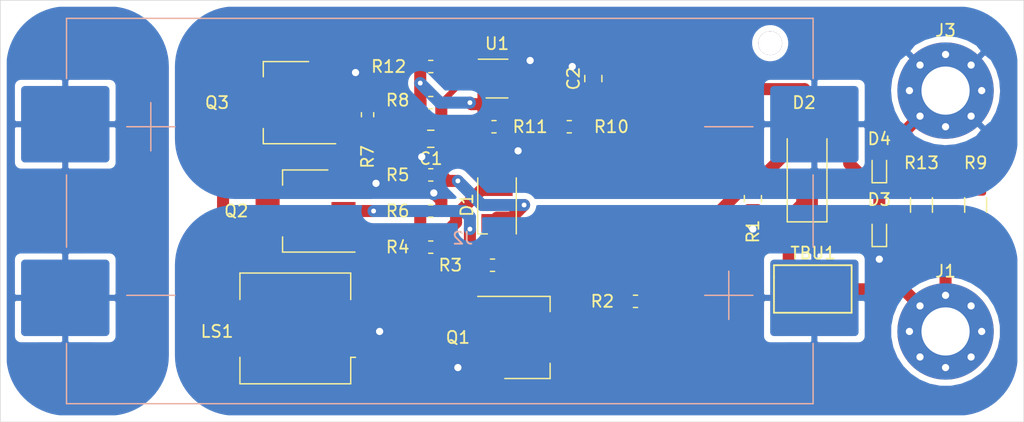
<source format=kicad_pcb>
(kicad_pcb (version 20171130) (host pcbnew "(5.1.5)-3")

  (general
    (thickness 1.6)
    (drawings 4)
    (tracks 137)
    (zones 0)
    (modules 28)
    (nets 20)
  )

  (page A4)
  (layers
    (0 F.Cu signal)
    (31 B.Cu power)
    (32 B.Adhes user)
    (33 F.Adhes user)
    (34 B.Paste user)
    (35 F.Paste user)
    (36 B.SilkS user)
    (37 F.SilkS user)
    (38 B.Mask user)
    (39 F.Mask user)
    (40 Dwgs.User user)
    (41 Cmts.User user)
    (42 Eco1.User user)
    (43 Eco2.User user)
    (44 Edge.Cuts user)
    (45 Margin user)
    (46 B.CrtYd user)
    (47 F.CrtYd user)
    (48 B.Fab user hide)
    (49 F.Fab user hide)
  )

  (setup
    (last_trace_width 1)
    (user_trace_width 0.25)
    (user_trace_width 0.5)
    (user_trace_width 1)
    (user_trace_width 2)
    (user_trace_width 5)
    (trace_clearance 0.2)
    (zone_clearance 0.508)
    (zone_45_only no)
    (trace_min 0.2)
    (via_size 0.8)
    (via_drill 0.4)
    (via_min_size 0.4)
    (via_min_drill 0.3)
    (user_via 0.6 0.3)
    (user_via 1.2 0.5)
    (uvia_size 0.3)
    (uvia_drill 0.1)
    (uvias_allowed no)
    (uvia_min_size 0.2)
    (uvia_min_drill 0.1)
    (edge_width 0.05)
    (segment_width 0.2)
    (pcb_text_width 0.3)
    (pcb_text_size 1.5 1.5)
    (mod_edge_width 0.12)
    (mod_text_size 1 1)
    (mod_text_width 0.15)
    (pad_size 8 8)
    (pad_drill 4)
    (pad_to_mask_clearance 0.051)
    (solder_mask_min_width 0.25)
    (aux_axis_origin 0 0)
    (visible_elements 7FFFFFFF)
    (pcbplotparams
      (layerselection 0x010fc_ffffffff)
      (usegerberextensions false)
      (usegerberattributes false)
      (usegerberadvancedattributes false)
      (creategerberjobfile false)
      (excludeedgelayer true)
      (linewidth 0.100000)
      (plotframeref false)
      (viasonmask false)
      (mode 1)
      (useauxorigin false)
      (hpglpennumber 1)
      (hpglpenspeed 20)
      (hpglpendiameter 15.000000)
      (psnegative false)
      (psa4output false)
      (plotreference true)
      (plotvalue true)
      (plotinvisibletext false)
      (padsonsilk false)
      (subtractmaskfromsilk false)
      (outputformat 1)
      (mirror false)
      (drillshape 0)
      (scaleselection 1)
      (outputdirectory "continuity/"))
  )

  (net 0 "")
  (net 1 GND)
  (net 2 "Net-(C2-Pad1)")
  (net 3 "Net-(D1-Pad1)")
  (net 4 "Net-(D2-Pad2)")
  (net 5 "Net-(D2-Pad1)")
  (net 6 "Net-(J1-Pad1)")
  (net 7 "Net-(LS1-Pad2)")
  (net 8 "Net-(Q1-Pad1)")
  (net 9 "Net-(Q2-Pad1)")
  (net 10 "Net-(Q2-Pad2)")
  (net 11 "Net-(Q3-Pad1)")
  (net 12 "Net-(R12-Pad2)")
  (net 13 "Net-(R11-Pad2)")
  (net 14 "Net-(R13-Pad2)")
  (net 15 "Net-(R10-Pad1)")
  (net 16 /VCC)
  (net 17 /VCC_SW)
  (net 18 "Net-(J2-Pad2)")
  (net 19 "Net-(TBU1-Pad2)")

  (net_class Default "Dies ist die voreingestellte Netzklasse."
    (clearance 0.2)
    (trace_width 0.25)
    (via_dia 0.8)
    (via_drill 0.4)
    (uvia_dia 0.3)
    (uvia_drill 0.1)
    (add_net "Net-(D1-Pad1)")
    (add_net "Net-(J2-Pad2)")
    (add_net "Net-(LS1-Pad2)")
    (add_net "Net-(Q1-Pad1)")
    (add_net "Net-(Q2-Pad1)")
    (add_net "Net-(Q2-Pad2)")
    (add_net "Net-(Q3-Pad1)")
    (add_net "Net-(R10-Pad1)")
    (add_net "Net-(R11-Pad2)")
    (add_net "Net-(R12-Pad2)")
    (add_net "Net-(TBU1-Pad2)")
  )

  (net_class Power ""
    (clearance 0.2)
    (trace_width 1)
    (via_dia 1.2)
    (via_drill 0.6)
    (uvia_dia 0.3)
    (uvia_drill 0.1)
    (add_net /VCC)
    (add_net /VCC_SW)
    (add_net GND)
    (add_net "Net-(C2-Pad1)")
    (add_net "Net-(D2-Pad1)")
    (add_net "Net-(D2-Pad2)")
    (add_net "Net-(J1-Pad1)")
    (add_net "Net-(R13-Pad2)")
  )

  (module LED_SMD:LED_PLCC-2 (layer F.Cu) (tedit 59959404) (tstamp 5F0DECF5)
    (at 116.25 82 90)
    (descr "LED PLCC-2 SMD package")
    (tags "LED PLCC-2 SMD")
    (path /5F0E716E)
    (attr smd)
    (fp_text reference D1 (at 0 -2.5 90) (layer F.SilkS)
      (effects (font (size 1 1) (thickness 0.15)))
    )
    (fp_text value LED (at 0 2.5 90) (layer F.Fab)
      (effects (font (size 1 1) (thickness 0.15)))
    )
    (fp_text user %R (at 0 0 90) (layer F.Fab)
      (effects (font (size 0.4 0.4) (thickness 0.1)))
    )
    (fp_line (start -2.4 -1.6) (end -2.4 -0.8) (layer F.SilkS) (width 0.12))
    (fp_line (start 2.25 -1.6) (end -2.4 -1.6) (layer F.SilkS) (width 0.12))
    (fp_line (start 2.25 1.6) (end -2.4 1.6) (layer F.SilkS) (width 0.12))
    (fp_line (start -2.65 1.85) (end -2.65 -1.85) (layer F.CrtYd) (width 0.05))
    (fp_line (start 2.5 1.85) (end -2.65 1.85) (layer F.CrtYd) (width 0.05))
    (fp_line (start 2.5 -1.85) (end 2.5 1.85) (layer F.CrtYd) (width 0.05))
    (fp_line (start -2.65 -1.85) (end 2.5 -1.85) (layer F.CrtYd) (width 0.05))
    (fp_line (start -1.7 1.5) (end 1.7 1.5) (layer F.Fab) (width 0.1))
    (fp_line (start -1.7 -1.5) (end -1.7 1.5) (layer F.Fab) (width 0.1))
    (fp_line (start 1.7 -1.5) (end -1.7 -1.5) (layer F.Fab) (width 0.1))
    (fp_line (start 1.7 1.5) (end 1.7 -1.5) (layer F.Fab) (width 0.1))
    (fp_line (start -1.7 -0.6) (end -0.8 -1.5) (layer F.Fab) (width 0.1))
    (fp_circle (center 0 0) (end 0 -1.25) (layer F.Fab) (width 0.1))
    (pad 2 smd rect (at 1.5 0 90) (size 1.5 2.6) (layers F.Cu F.Paste F.Mask)
      (net 17 /VCC_SW))
    (pad 1 smd rect (at -1.5 0 90) (size 1.5 2.6) (layers F.Cu F.Paste F.Mask)
      (net 3 "Net-(D1-Pad1)"))
    (model ${KISYS3DMOD}/LED_SMD.3dshapes/LED_PLCC-2.wrl
      (at (xyz 0 0 0))
      (scale (xyz 1 1 1))
      (rotate (xyz 0 0 0))
    )
  )

  (module Capacitor_SMD:C_0805_2012Metric_Pad1.15x1.40mm_HandSolder (layer F.Cu) (tedit 5B36C52B) (tstamp 5F101E4B)
    (at 124.25 71.5 90)
    (descr "Capacitor SMD 0805 (2012 Metric), square (rectangular) end terminal, IPC_7351 nominal with elongated pad for handsoldering. (Body size source: https://docs.google.com/spreadsheets/d/1BsfQQcO9C6DZCsRaXUlFlo91Tg2WpOkGARC1WS5S8t0/edit?usp=sharing), generated with kicad-footprint-generator")
    (tags "capacitor handsolder")
    (path /5F0DBFFA)
    (attr smd)
    (fp_text reference C2 (at 0 -1.65 90) (layer F.SilkS)
      (effects (font (size 1 1) (thickness 0.15)))
    )
    (fp_text value 0.01uF (at 0 1.65 90) (layer F.Fab)
      (effects (font (size 1 1) (thickness 0.15)))
    )
    (fp_text user %R (at 0 0 90) (layer F.Fab)
      (effects (font (size 0.5 0.5) (thickness 0.08)))
    )
    (fp_line (start 1.85 0.95) (end -1.85 0.95) (layer F.CrtYd) (width 0.05))
    (fp_line (start 1.85 -0.95) (end 1.85 0.95) (layer F.CrtYd) (width 0.05))
    (fp_line (start -1.85 -0.95) (end 1.85 -0.95) (layer F.CrtYd) (width 0.05))
    (fp_line (start -1.85 0.95) (end -1.85 -0.95) (layer F.CrtYd) (width 0.05))
    (fp_line (start -0.261252 0.71) (end 0.261252 0.71) (layer F.SilkS) (width 0.12))
    (fp_line (start -0.261252 -0.71) (end 0.261252 -0.71) (layer F.SilkS) (width 0.12))
    (fp_line (start 1 0.6) (end -1 0.6) (layer F.Fab) (width 0.1))
    (fp_line (start 1 -0.6) (end 1 0.6) (layer F.Fab) (width 0.1))
    (fp_line (start -1 -0.6) (end 1 -0.6) (layer F.Fab) (width 0.1))
    (fp_line (start -1 0.6) (end -1 -0.6) (layer F.Fab) (width 0.1))
    (pad 2 smd roundrect (at 1.025 0 90) (size 1.15 1.4) (layers F.Cu F.Paste F.Mask) (roundrect_rratio 0.217391)
      (net 1 GND))
    (pad 1 smd roundrect (at -1.025 0 90) (size 1.15 1.4) (layers F.Cu F.Paste F.Mask) (roundrect_rratio 0.217391)
      (net 2 "Net-(C2-Pad1)"))
    (model ${KISYS3DMOD}/Capacitor_SMD.3dshapes/C_0805_2012Metric.wrl
      (at (xyz 0 0 0))
      (scale (xyz 1 1 1))
      (rotate (xyz 0 0 0))
    )
  )

  (module Capacitor_SMD:C_0805_2012Metric_Pad1.15x1.40mm_HandSolder (layer F.Cu) (tedit 5B36C52B) (tstamp 5F0DECD1)
    (at 110.75 76.5 180)
    (descr "Capacitor SMD 0805 (2012 Metric), square (rectangular) end terminal, IPC_7351 nominal with elongated pad for handsoldering. (Body size source: https://docs.google.com/spreadsheets/d/1BsfQQcO9C6DZCsRaXUlFlo91Tg2WpOkGARC1WS5S8t0/edit?usp=sharing), generated with kicad-footprint-generator")
    (tags "capacitor handsolder")
    (path /5F0DF4EC)
    (attr smd)
    (fp_text reference C1 (at 0 -1.65) (layer F.SilkS)
      (effects (font (size 1 1) (thickness 0.15)))
    )
    (fp_text value 0.01uF (at 0 1.65) (layer F.Fab)
      (effects (font (size 1 1) (thickness 0.15)))
    )
    (fp_text user %R (at 0 0) (layer F.Fab)
      (effects (font (size 0.5 0.5) (thickness 0.08)))
    )
    (fp_line (start 1.85 0.95) (end -1.85 0.95) (layer F.CrtYd) (width 0.05))
    (fp_line (start 1.85 -0.95) (end 1.85 0.95) (layer F.CrtYd) (width 0.05))
    (fp_line (start -1.85 -0.95) (end 1.85 -0.95) (layer F.CrtYd) (width 0.05))
    (fp_line (start -1.85 0.95) (end -1.85 -0.95) (layer F.CrtYd) (width 0.05))
    (fp_line (start -0.261252 0.71) (end 0.261252 0.71) (layer F.SilkS) (width 0.12))
    (fp_line (start -0.261252 -0.71) (end 0.261252 -0.71) (layer F.SilkS) (width 0.12))
    (fp_line (start 1 0.6) (end -1 0.6) (layer F.Fab) (width 0.1))
    (fp_line (start 1 -0.6) (end 1 0.6) (layer F.Fab) (width 0.1))
    (fp_line (start -1 -0.6) (end 1 -0.6) (layer F.Fab) (width 0.1))
    (fp_line (start -1 0.6) (end -1 -0.6) (layer F.Fab) (width 0.1))
    (pad 2 smd roundrect (at 1.025 0 180) (size 1.15 1.4) (layers F.Cu F.Paste F.Mask) (roundrect_rratio 0.217391)
      (net 1 GND))
    (pad 1 smd roundrect (at -1.025 0 180) (size 1.15 1.4) (layers F.Cu F.Paste F.Mask) (roundrect_rratio 0.217391)
      (net 17 /VCC_SW))
    (model ${KISYS3DMOD}/Capacitor_SMD.3dshapes/C_0805_2012Metric.wrl
      (at (xyz 0 0 0))
      (scale (xyz 1 1 1))
      (rotate (xyz 0 0 0))
    )
  )

  (module MountingHole:MountingHole_4mm_Pad_Via (layer F.Cu) (tedit 56DDC1BA) (tstamp 5F0FF6C7)
    (at 153.5 72.5)
    (descr "Mounting Hole 4mm")
    (tags "mounting hole 4mm")
    (path /5F10A688)
    (attr virtual)
    (fp_text reference J3 (at 0 -5) (layer F.SilkS)
      (effects (font (size 1 1) (thickness 0.15)))
    )
    (fp_text value Conn_01x01_Female (at 0 5) (layer F.Fab)
      (effects (font (size 1 1) (thickness 0.15)))
    )
    (fp_circle (center 0 0) (end 4 0) (layer Cmts.User) (width 0.15))
    (fp_circle (center 0 0) (end 4.25 0) (layer F.CrtYd) (width 0.05))
    (fp_text user %R (at 0.3 0) (layer F.Fab)
      (effects (font (size 1 1) (thickness 0.15)))
    )
    (pad 1 thru_hole circle (at 2.12132 -2.12132) (size 0.9 0.9) (drill 0.6) (layers *.Cu *.Mask)
      (net 1 GND))
    (pad 1 thru_hole circle (at 0 -3) (size 0.9 0.9) (drill 0.6) (layers *.Cu *.Mask)
      (net 1 GND))
    (pad 1 thru_hole circle (at -2.12132 -2.12132) (size 0.9 0.9) (drill 0.6) (layers *.Cu *.Mask)
      (net 1 GND))
    (pad 1 thru_hole circle (at -3 0) (size 0.9 0.9) (drill 0.6) (layers *.Cu *.Mask)
      (net 1 GND))
    (pad 1 thru_hole circle (at -2.12132 2.12132) (size 0.9 0.9) (drill 0.6) (layers *.Cu *.Mask)
      (net 1 GND))
    (pad 1 thru_hole circle (at 0 3) (size 0.9 0.9) (drill 0.6) (layers *.Cu *.Mask)
      (net 1 GND))
    (pad 1 thru_hole circle (at 2.12132 2.12132) (size 0.9 0.9) (drill 0.6) (layers *.Cu *.Mask)
      (net 1 GND))
    (pad 1 thru_hole circle (at 3 0) (size 0.9 0.9) (drill 0.6) (layers *.Cu *.Mask)
      (net 1 GND))
    (pad 1 thru_hole circle (at 0 0) (size 8 8) (drill 4) (layers *.Cu *.Mask)
      (net 1 GND))
  )

  (module MountingHole:MountingHole_4mm_Pad_Via (layer F.Cu) (tedit 56DDC1BA) (tstamp 5F0FE234)
    (at 153.5 92.5)
    (descr "Mounting Hole 4mm")
    (tags "mounting hole 4mm")
    (path /5F105D4A)
    (attr virtual)
    (fp_text reference J1 (at 0 -5) (layer F.SilkS)
      (effects (font (size 1 1) (thickness 0.15)))
    )
    (fp_text value Conn_01x01_Female (at 0 5) (layer F.Fab)
      (effects (font (size 1 1) (thickness 0.15)))
    )
    (fp_circle (center 0 0) (end 4 0) (layer Cmts.User) (width 0.15))
    (fp_circle (center 0 0) (end 4.25 0) (layer F.CrtYd) (width 0.05))
    (fp_text user %R (at 0.3 0) (layer F.Fab)
      (effects (font (size 1 1) (thickness 0.15)))
    )
    (pad 1 thru_hole circle (at 2.12132 -2.12132) (size 0.9 0.9) (drill 0.6) (layers *.Cu *.Mask)
      (net 6 "Net-(J1-Pad1)"))
    (pad 1 thru_hole circle (at 0 -3) (size 0.9 0.9) (drill 0.6) (layers *.Cu *.Mask)
      (net 6 "Net-(J1-Pad1)"))
    (pad 1 thru_hole circle (at -2.12132 -2.12132) (size 0.9 0.9) (drill 0.6) (layers *.Cu *.Mask)
      (net 6 "Net-(J1-Pad1)"))
    (pad 1 thru_hole circle (at -3 0) (size 0.9 0.9) (drill 0.6) (layers *.Cu *.Mask)
      (net 6 "Net-(J1-Pad1)"))
    (pad 1 thru_hole circle (at -2.12132 2.12132) (size 0.9 0.9) (drill 0.6) (layers *.Cu *.Mask)
      (net 6 "Net-(J1-Pad1)"))
    (pad 1 thru_hole circle (at 0 3) (size 0.9 0.9) (drill 0.6) (layers *.Cu *.Mask)
      (net 6 "Net-(J1-Pad1)"))
    (pad 1 thru_hole circle (at 2.12132 2.12132) (size 0.9 0.9) (drill 0.6) (layers *.Cu *.Mask)
      (net 6 "Net-(J1-Pad1)"))
    (pad 1 thru_hole circle (at 3 0) (size 0.9 0.9) (drill 0.6) (layers *.Cu *.Mask)
      (net 6 "Net-(J1-Pad1)"))
    (pad 1 thru_hole circle (at 0 0) (size 8 8) (drill 4) (layers *.Cu *.Mask)
      (net 6 "Net-(J1-Pad1)"))
  )

  (module continuity:KEYSTONE_1012 (layer B.Cu) (tedit 5F0F6C89) (tstamp 5F0FC5B9)
    (at 111.5 82.5 180)
    (path /5F0FDA6A)
    (fp_text reference J2 (at -1.905 -2.26) (layer B.SilkS)
      (effects (font (size 1 1) (thickness 0.15)) (justify mirror))
    )
    (fp_text value Conn_01x04_Female (at -1.775 3.9) (layer B.Fab)
      (effects (font (size 1 1) (thickness 0.15)) (justify mirror))
    )
    (fp_line (start 30 -15) (end 30 15) (layer B.CrtYd) (width 0.12))
    (fp_line (start 30 15) (end -30 15) (layer B.CrtYd) (width 0.12))
    (fp_line (start -30 15) (end -30 -15) (layer B.CrtYd) (width 0.12))
    (fp_line (start -30 -15) (end 30 -15) (layer B.CrtYd) (width 0.12))
    (fp_line (start 31 11) (end 31 16) (layer B.SilkS) (width 0.12))
    (fp_line (start 31 16) (end -31 16) (layer B.SilkS) (width 0.12))
    (fp_line (start -31 16) (end -31 11) (layer B.SilkS) (width 0.12))
    (fp_line (start -31 -11) (end -31 -16) (layer B.SilkS) (width 0.12))
    (fp_line (start -31 -16) (end 31 -16) (layer B.SilkS) (width 0.12))
    (fp_line (start 31 -16) (end 31 -11) (layer B.SilkS) (width 0.12))
    (fp_line (start 31 -3) (end 31 3) (layer B.SilkS) (width 0.12))
    (fp_line (start -31 3) (end -31 -3) (layer B.SilkS) (width 0.12))
    (fp_line (start -26 7) (end -23 7) (layer B.SilkS) (width 0.12))
    (fp_line (start 26 -7) (end 23 -7) (layer B.SilkS) (width 0.12))
    (fp_line (start 25 7) (end 22 7) (layer B.SilkS) (width 0.12))
    (fp_line (start 24 9) (end 24 5) (layer B.SilkS) (width 0.12))
    (fp_line (start -24 -5) (end -24 -8) (layer B.SilkS) (width 0.12))
    (fp_line (start -24 -8) (end -24 -9) (layer B.SilkS) (width 0.12))
    (fp_line (start -26 -7) (end -22 -7) (layer B.SilkS) (width 0.12))
    (fp_line (start 25 7) (end 26 7) (layer B.SilkS) (width 0.12))
    (fp_line (start 23 -7) (end 22 -7) (layer B.SilkS) (width 0.12))
    (fp_line (start -23 7) (end -22 7) (layer B.SilkS) (width 0.12))
    (pad 2 smd roundrect (at 31.105 7.21 180) (size 7.34 6.35) (layers B.Cu B.Paste B.Mask) (roundrect_rratio 0.05)
      (net 18 "Net-(J2-Pad2)"))
    (pad 3 smd roundrect (at 31.105 -7.21 180) (size 7.34 6.35) (layers B.Cu B.Paste B.Mask) (roundrect_rratio 0.05)
      (net 18 "Net-(J2-Pad2)"))
    (pad 1 smd roundrect (at -31.105 7.21 180) (size 7.34 6.35) (layers B.Cu B.Paste B.Mask) (roundrect_rratio 0.05)
      (net 1 GND))
    (pad "" thru_hole circle (at -27.435 13.94 180) (size 1.98 1.98) (drill 1.98) (layers *.Cu *.Mask))
    (pad 4 smd roundrect (at -31.105 -7.21 180) (size 7.34 6.35) (layers B.Cu B.Paste B.Mask) (roundrect_rratio 0.05)
      (net 16 /VCC))
  )

  (module Buzzer_Beeper:Buzzer_CUI_CPT-9019S-SMT (layer F.Cu) (tedit 5C12D246) (tstamp 5F0DED7A)
    (at 99.5 92.25 180)
    (descr https://www.cui.com/product/resource/cpt-9019s-smt.pdf)
    (tags "buzzer piezo")
    (path /5F0DE1FE)
    (attr smd)
    (fp_text reference LS1 (at 6.5 -0.25 180) (layer F.SilkS)
      (effects (font (size 1 1) (thickness 0.15)))
    )
    (fp_text value Speaker_Crystal (at 0 5.5) (layer F.Fab)
      (effects (font (size 1 1) (thickness 0.15)))
    )
    (fp_line (start 4.75 2.35) (end 4.75 4.75) (layer F.CrtYd) (width 0.05))
    (fp_line (start 5.25 2.35) (end 4.75 2.35) (layer F.CrtYd) (width 0.05))
    (fp_line (start 5.25 -2.35) (end 5.25 2.35) (layer F.CrtYd) (width 0.05))
    (fp_line (start 4.75 -2.35) (end 5.25 -2.35) (layer F.CrtYd) (width 0.05))
    (fp_line (start -4.75 -4.75) (end 4.75 -4.75) (layer F.CrtYd) (width 0.05))
    (fp_line (start -4.75 -2.35) (end -4.75 -4.75) (layer F.CrtYd) (width 0.05))
    (fp_line (start -5.25 -2.35) (end -4.75 -2.35) (layer F.CrtYd) (width 0.05))
    (fp_line (start -5.25 2.35) (end -5.25 -2.35) (layer F.CrtYd) (width 0.05))
    (fp_line (start -4.75 2.35) (end -5.25 2.35) (layer F.CrtYd) (width 0.05))
    (fp_line (start -4.75 4.75) (end -4.75 2.35) (layer F.CrtYd) (width 0.05))
    (fp_line (start 4.75 4.75) (end -4.75 4.75) (layer F.CrtYd) (width 0.05))
    (fp_line (start 4.75 -4.75) (end 4.75 -2.35) (layer F.CrtYd) (width 0.05))
    (fp_line (start -4.6 -2.4) (end -5 -2.4) (layer F.SilkS) (width 0.12))
    (fp_line (start -3.5 -4.5) (end -4.5 -3.5) (layer F.Fab) (width 0.1))
    (fp_line (start 4.5 4.5) (end 4.5 -4.5) (layer F.Fab) (width 0.1))
    (fp_line (start -4.5 4.5) (end 4.5 4.5) (layer F.Fab) (width 0.1))
    (fp_line (start -4.5 -3.5) (end -4.5 4.5) (layer F.Fab) (width 0.1))
    (fp_line (start 4.5 -4.5) (end -3.5 -4.5) (layer F.Fab) (width 0.1))
    (fp_line (start -4.6 -4.6) (end -4.6 -2.4) (layer F.SilkS) (width 0.12))
    (fp_line (start -4.6 2.4) (end -4.6 4.6) (layer F.SilkS) (width 0.12))
    (fp_line (start 4.6 2.4) (end 4.6 4.6) (layer F.SilkS) (width 0.12))
    (fp_line (start 4.6 4.6) (end -4.6 4.6) (layer F.SilkS) (width 0.12))
    (fp_line (start 4.6 -4.6) (end 4.6 -2.4) (layer F.SilkS) (width 0.12))
    (fp_line (start -4.6 -4.6) (end 4.6 -4.6) (layer F.SilkS) (width 0.12))
    (fp_text user %R (at 0 0) (layer F.Fab)
      (effects (font (size 1 1) (thickness 0.15)))
    )
    (pad 2 smd rect (at 4 0 180) (size 2 4.2) (layers F.Cu F.Paste F.Mask)
      (net 7 "Net-(LS1-Pad2)"))
    (pad 1 smd rect (at -4 0 180) (size 2 4.2) (layers F.Cu F.Paste F.Mask)
      (net 16 /VCC))
    (model ${KISYS3DMOD}/Buzzer_Beeper.3dshapes/Buzzer_CUI_CPT-9019S-SMT.wrl
      (at (xyz 0 0 0))
      (scale (xyz 1 1 1))
      (rotate (xyz 0 0 0))
    )
  )

  (module Package_TO_SOT_SMD:SOT-223 (layer F.Cu) (tedit 5A02FF57) (tstamp 5F0DEDBC)
    (at 98.75 73.5 180)
    (descr "module CMS SOT223 4 pins")
    (tags "CMS SOT")
    (path /5F0E675E)
    (attr smd)
    (fp_text reference Q3 (at 5.75 0 180) (layer F.SilkS)
      (effects (font (size 1 1) (thickness 0.15)))
    )
    (fp_text value BCP55 (at 0 4.5) (layer F.Fab)
      (effects (font (size 1 1) (thickness 0.15)))
    )
    (fp_line (start -1.85 -2.3) (end -0.8 -3.35) (layer F.Fab) (width 0.1))
    (fp_line (start 1.91 3.41) (end 1.91 2.15) (layer F.SilkS) (width 0.12))
    (fp_line (start 1.91 -3.41) (end 1.91 -2.15) (layer F.SilkS) (width 0.12))
    (fp_line (start 4.4 -3.6) (end -4.4 -3.6) (layer F.CrtYd) (width 0.05))
    (fp_line (start 4.4 3.6) (end 4.4 -3.6) (layer F.CrtYd) (width 0.05))
    (fp_line (start -4.4 3.6) (end 4.4 3.6) (layer F.CrtYd) (width 0.05))
    (fp_line (start -4.4 -3.6) (end -4.4 3.6) (layer F.CrtYd) (width 0.05))
    (fp_line (start -1.85 -2.3) (end -1.85 3.35) (layer F.Fab) (width 0.1))
    (fp_line (start -1.85 3.41) (end 1.91 3.41) (layer F.SilkS) (width 0.12))
    (fp_line (start -0.8 -3.35) (end 1.85 -3.35) (layer F.Fab) (width 0.1))
    (fp_line (start -4.1 -3.41) (end 1.91 -3.41) (layer F.SilkS) (width 0.12))
    (fp_line (start -1.85 3.35) (end 1.85 3.35) (layer F.Fab) (width 0.1))
    (fp_line (start 1.85 -3.35) (end 1.85 3.35) (layer F.Fab) (width 0.1))
    (fp_text user %R (at 0 2.5 180) (layer F.Fab)
      (effects (font (size 0.8 0.8) (thickness 0.12)))
    )
    (pad 1 smd rect (at -3.15 -2.3 180) (size 2 1.5) (layers F.Cu F.Paste F.Mask)
      (net 11 "Net-(Q3-Pad1)"))
    (pad 3 smd rect (at -3.15 2.3 180) (size 2 1.5) (layers F.Cu F.Paste F.Mask)
      (net 1 GND))
    (pad 2 smd rect (at -3.15 0 180) (size 2 1.5) (layers F.Cu F.Paste F.Mask)
      (net 7 "Net-(LS1-Pad2)"))
    (pad 4 smd rect (at 3.15 0 180) (size 2 3.8) (layers F.Cu F.Paste F.Mask)
      (net 7 "Net-(LS1-Pad2)"))
    (model ${KISYS3DMOD}/Package_TO_SOT_SMD.3dshapes/SOT-223.wrl
      (at (xyz 0 0 0))
      (scale (xyz 1 1 1))
      (rotate (xyz 0 0 0))
    )
  )

  (module continuity:TBU (layer F.Cu) (tedit 5F0DEAA2) (tstamp 5F101E1F)
    (at 142.5 89)
    (descr TBU)
    (path /5F0E1D73)
    (attr smd)
    (fp_text reference TBU1 (at 0 -3) (layer F.SilkS)
      (effects (font (size 1 1) (thickness 0.15)))
    )
    (fp_text value TBU-CA050-050-WH (at 0 4.1) (layer F.Fab)
      (effects (font (size 1 1) (thickness 0.15)))
    )
    (fp_line (start 2.9 -2) (end -2.95 -2) (layer F.SilkS) (width 0.15))
    (fp_line (start -2.95 -2) (end -3.25 -2) (layer F.SilkS) (width 0.15))
    (fp_line (start -3.25 -2) (end -3.25 -1) (layer F.SilkS) (width 0.15))
    (fp_line (start -3.25 -1) (end -3.25 1.9) (layer F.SilkS) (width 0.15))
    (fp_line (start -3.25 1.9) (end -3.25 1.95) (layer F.SilkS) (width 0.15))
    (fp_line (start -3.25 1.95) (end 3.2 1.95) (layer F.SilkS) (width 0.15))
    (fp_line (start 3.2 1.95) (end 3.2 -2) (layer F.SilkS) (width 0.15))
    (fp_line (start 3.2 -2) (end 2.9 -2) (layer F.SilkS) (width 0.15))
    (pad 2 smd rect (at 0 0) (size 0.8 3.4) (layers F.Cu F.Paste F.Mask)
      (net 19 "Net-(TBU1-Pad2)") (zone_connect 2))
    (pad 3 smd custom (at 2.025 0) (size 1.8 3) (layers F.Cu F.Paste F.Mask)
      (net 6 "Net-(J1-Pad1)") (zone_connect 2)
      (options (clearance outline) (anchor rect))
      (primitives
        (gr_poly (pts
           (xy -0.925 1.7) (xy -0.925 -1.7) (xy 0.925 -1.7) (xy 0.925 1.53) (xy 0.755 1.7)
) (width 0))
      ))
    (pad 1 smd rect (at -2.025 0) (size 1.85 3.4) (layers F.Cu F.Paste F.Mask)
      (net 5 "Net-(D2-Pad1)") (zone_connect 2))
    (model ${KISYS3DMOD}/Diode_SMD.3dshapes/D_SMC.wrl
      (at (xyz 0 0 0))
      (scale (xyz 1 1 1))
      (rotate (xyz 0 0 0))
    )
  )

  (module Resistor_SMD:R_0805_2012Metric_Pad1.15x1.40mm_HandSolder (layer F.Cu) (tedit 5B36C52B) (tstamp 5F101DF1)
    (at 137.5 81.475 90)
    (descr "Resistor SMD 0805 (2012 Metric), square (rectangular) end terminal, IPC_7351 nominal with elongated pad for handsoldering. (Body size source: https://docs.google.com/spreadsheets/d/1BsfQQcO9C6DZCsRaXUlFlo91Tg2WpOkGARC1WS5S8t0/edit?usp=sharing), generated with kicad-footprint-generator")
    (tags "resistor handsolder")
    (path /5F0DA447)
    (attr smd)
    (fp_text reference R1 (at -2.725 0 90) (layer F.SilkS)
      (effects (font (size 1 1) (thickness 0.15)))
    )
    (fp_text value 240 (at 0 1.65 90) (layer F.Fab)
      (effects (font (size 1 1) (thickness 0.15)))
    )
    (fp_line (start -1 0.6) (end -1 -0.6) (layer F.Fab) (width 0.1))
    (fp_line (start -1 -0.6) (end 1 -0.6) (layer F.Fab) (width 0.1))
    (fp_line (start 1 -0.6) (end 1 0.6) (layer F.Fab) (width 0.1))
    (fp_line (start 1 0.6) (end -1 0.6) (layer F.Fab) (width 0.1))
    (fp_line (start -0.261252 -0.71) (end 0.261252 -0.71) (layer F.SilkS) (width 0.12))
    (fp_line (start -0.261252 0.71) (end 0.261252 0.71) (layer F.SilkS) (width 0.12))
    (fp_line (start -1.85 0.95) (end -1.85 -0.95) (layer F.CrtYd) (width 0.05))
    (fp_line (start -1.85 -0.95) (end 1.85 -0.95) (layer F.CrtYd) (width 0.05))
    (fp_line (start 1.85 -0.95) (end 1.85 0.95) (layer F.CrtYd) (width 0.05))
    (fp_line (start 1.85 0.95) (end -1.85 0.95) (layer F.CrtYd) (width 0.05))
    (fp_text user %R (at 0 0 90) (layer F.Fab)
      (effects (font (size 0.5 0.5) (thickness 0.08)))
    )
    (pad 2 smd roundrect (at 1.025 0 90) (size 1.15 1.4) (layers F.Cu F.Paste F.Mask) (roundrect_rratio 0.217391)
      (net 4 "Net-(D2-Pad2)"))
    (pad 1 smd roundrect (at -1.025 0 90) (size 1.15 1.4) (layers F.Cu F.Paste F.Mask) (roundrect_rratio 0.217391)
      (net 16 /VCC))
    (model ${KISYS3DMOD}/Resistor_SMD.3dshapes/R_0805_2012Metric.wrl
      (at (xyz 0 0 0))
      (scale (xyz 1 1 1))
      (rotate (xyz 0 0 0))
    )
  )

  (module Resistor_SMD:R_1206_3216Metric_Pad1.42x1.75mm_HandSolder (layer F.Cu) (tedit 5B301BBD) (tstamp 5F101DC1)
    (at 151.5 82 90)
    (descr "Resistor SMD 1206 (3216 Metric), square (rectangular) end terminal, IPC_7351 nominal with elongated pad for handsoldering. (Body size source: http://www.tortai-tech.com/upload/download/2011102023233369053.pdf), generated with kicad-footprint-generator")
    (tags "resistor handsolder")
    (path /5F0DBC3E)
    (attr smd)
    (fp_text reference R13 (at 3.5 0) (layer F.SilkS)
      (effects (font (size 1 1) (thickness 0.15)))
    )
    (fp_text value 500k (at 0 1.82 90) (layer F.Fab)
      (effects (font (size 1 1) (thickness 0.15)))
    )
    (fp_line (start -1.6 0.8) (end -1.6 -0.8) (layer F.Fab) (width 0.1))
    (fp_line (start -1.6 -0.8) (end 1.6 -0.8) (layer F.Fab) (width 0.1))
    (fp_line (start 1.6 -0.8) (end 1.6 0.8) (layer F.Fab) (width 0.1))
    (fp_line (start 1.6 0.8) (end -1.6 0.8) (layer F.Fab) (width 0.1))
    (fp_line (start -0.602064 -0.91) (end 0.602064 -0.91) (layer F.SilkS) (width 0.12))
    (fp_line (start -0.602064 0.91) (end 0.602064 0.91) (layer F.SilkS) (width 0.12))
    (fp_line (start -2.45 1.12) (end -2.45 -1.12) (layer F.CrtYd) (width 0.05))
    (fp_line (start -2.45 -1.12) (end 2.45 -1.12) (layer F.CrtYd) (width 0.05))
    (fp_line (start 2.45 -1.12) (end 2.45 1.12) (layer F.CrtYd) (width 0.05))
    (fp_line (start 2.45 1.12) (end -2.45 1.12) (layer F.CrtYd) (width 0.05))
    (fp_text user %R (at 0 0 90) (layer F.Fab)
      (effects (font (size 0.8 0.8) (thickness 0.12)))
    )
    (pad 2 smd roundrect (at 1.4875 0 90) (size 1.425 1.75) (layers F.Cu F.Paste F.Mask) (roundrect_rratio 0.175439)
      (net 14 "Net-(R13-Pad2)"))
    (pad 1 smd roundrect (at -1.4875 0 90) (size 1.425 1.75) (layers F.Cu F.Paste F.Mask) (roundrect_rratio 0.175439)
      (net 2 "Net-(C2-Pad1)"))
    (model ${KISYS3DMOD}/Resistor_SMD.3dshapes/R_1206_3216Metric.wrl
      (at (xyz 0 0 0))
      (scale (xyz 1 1 1))
      (rotate (xyz 0 0 0))
    )
  )

  (module Resistor_SMD:R_1206_3216Metric_Pad1.42x1.75mm_HandSolder (layer F.Cu) (tedit 5B301BBD) (tstamp 5F101D91)
    (at 156 82 270)
    (descr "Resistor SMD 1206 (3216 Metric), square (rectangular) end terminal, IPC_7351 nominal with elongated pad for handsoldering. (Body size source: http://www.tortai-tech.com/upload/download/2011102023233369053.pdf), generated with kicad-footprint-generator")
    (tags "resistor handsolder")
    (path /5F0DB490)
    (attr smd)
    (fp_text reference R9 (at -3.5 0) (layer F.SilkS)
      (effects (font (size 1 1) (thickness 0.15)))
    )
    (fp_text value 500k (at 0 1.82 90) (layer F.Fab)
      (effects (font (size 1 1) (thickness 0.15)))
    )
    (fp_line (start -1.6 0.8) (end -1.6 -0.8) (layer F.Fab) (width 0.1))
    (fp_line (start -1.6 -0.8) (end 1.6 -0.8) (layer F.Fab) (width 0.1))
    (fp_line (start 1.6 -0.8) (end 1.6 0.8) (layer F.Fab) (width 0.1))
    (fp_line (start 1.6 0.8) (end -1.6 0.8) (layer F.Fab) (width 0.1))
    (fp_line (start -0.602064 -0.91) (end 0.602064 -0.91) (layer F.SilkS) (width 0.12))
    (fp_line (start -0.602064 0.91) (end 0.602064 0.91) (layer F.SilkS) (width 0.12))
    (fp_line (start -2.45 1.12) (end -2.45 -1.12) (layer F.CrtYd) (width 0.05))
    (fp_line (start -2.45 -1.12) (end 2.45 -1.12) (layer F.CrtYd) (width 0.05))
    (fp_line (start 2.45 -1.12) (end 2.45 1.12) (layer F.CrtYd) (width 0.05))
    (fp_line (start 2.45 1.12) (end -2.45 1.12) (layer F.CrtYd) (width 0.05))
    (fp_text user %R (at 0 0 90) (layer F.Fab)
      (effects (font (size 0.8 0.8) (thickness 0.12)))
    )
    (pad 2 smd roundrect (at 1.4875 0 270) (size 1.425 1.75) (layers F.Cu F.Paste F.Mask) (roundrect_rratio 0.175439)
      (net 6 "Net-(J1-Pad1)"))
    (pad 1 smd roundrect (at -1.4875 0 270) (size 1.425 1.75) (layers F.Cu F.Paste F.Mask) (roundrect_rratio 0.175439)
      (net 14 "Net-(R13-Pad2)"))
    (model ${KISYS3DMOD}/Resistor_SMD.3dshapes/R_1206_3216Metric.wrl
      (at (xyz 0 0 0))
      (scale (xyz 1 1 1))
      (rotate (xyz 0 0 0))
    )
  )

  (module Package_TO_SOT_SMD:SOT-23-5 (layer F.Cu) (tedit 5A02FF57) (tstamp 5F0DEECA)
    (at 116.25 71.5)
    (descr "5-pin SOT23 package")
    (tags SOT-23-5)
    (path /5F11ED7B)
    (attr smd)
    (fp_text reference U1 (at 0 -2.9) (layer F.SilkS)
      (effects (font (size 1 1) (thickness 0.15)))
    )
    (fp_text value "MCP 6V11T-EOT" (at 0 2.9) (layer F.Fab)
      (effects (font (size 1 1) (thickness 0.15)))
    )
    (fp_line (start -0.9 1.61) (end 0.9 1.61) (layer F.SilkS) (width 0.12))
    (fp_line (start 0.9 -1.61) (end -1.55 -1.61) (layer F.SilkS) (width 0.12))
    (fp_line (start -1.9 -1.8) (end 1.9 -1.8) (layer F.CrtYd) (width 0.05))
    (fp_line (start 1.9 -1.8) (end 1.9 1.8) (layer F.CrtYd) (width 0.05))
    (fp_line (start 1.9 1.8) (end -1.9 1.8) (layer F.CrtYd) (width 0.05))
    (fp_line (start -1.9 1.8) (end -1.9 -1.8) (layer F.CrtYd) (width 0.05))
    (fp_line (start -0.9 -0.9) (end -0.25 -1.55) (layer F.Fab) (width 0.1))
    (fp_line (start 0.9 -1.55) (end -0.25 -1.55) (layer F.Fab) (width 0.1))
    (fp_line (start -0.9 -0.9) (end -0.9 1.55) (layer F.Fab) (width 0.1))
    (fp_line (start 0.9 1.55) (end -0.9 1.55) (layer F.Fab) (width 0.1))
    (fp_line (start 0.9 -1.55) (end 0.9 1.55) (layer F.Fab) (width 0.1))
    (fp_text user %R (at 0.858 0.788 90) (layer F.Fab)
      (effects (font (size 0.5 0.5) (thickness 0.075)))
    )
    (pad 5 smd rect (at 1.1 -0.95) (size 1.06 0.65) (layers F.Cu F.Paste F.Mask)
      (net 1 GND))
    (pad 4 smd rect (at 1.1 0.95) (size 1.06 0.65) (layers F.Cu F.Paste F.Mask)
      (net 15 "Net-(R10-Pad1)"))
    (pad 3 smd rect (at -1.1 0.95) (size 1.06 0.65) (layers F.Cu F.Paste F.Mask)
      (net 13 "Net-(R11-Pad2)"))
    (pad 2 smd rect (at -1.1 0) (size 1.06 0.65) (layers F.Cu F.Paste F.Mask)
      (net 17 /VCC_SW))
    (pad 1 smd rect (at -1.1 -0.95) (size 1.06 0.65) (layers F.Cu F.Paste F.Mask)
      (net 12 "Net-(R12-Pad2)"))
    (model ${KISYS3DMOD}/Package_TO_SOT_SMD.3dshapes/SOT-23-5.wrl
      (at (xyz 0 0 0))
      (scale (xyz 1 1 1))
      (rotate (xyz 0 0 0))
    )
  )

  (module Resistor_SMD:R_0603_1608Metric_Pad1.05x0.95mm_HandSolder (layer F.Cu) (tedit 5B301BBD) (tstamp 5F0E2227)
    (at 110.75 70.5)
    (descr "Resistor SMD 0603 (1608 Metric), square (rectangular) end terminal, IPC_7351 nominal with elongated pad for handsoldering. (Body size source: http://www.tortai-tech.com/upload/download/2011102023233369053.pdf), generated with kicad-footprint-generator")
    (tags "resistor handsolder")
    (path /5F0E054D)
    (attr smd)
    (fp_text reference R12 (at -3.5 0) (layer F.SilkS)
      (effects (font (size 1 1) (thickness 0.15)))
    )
    (fp_text value 22k (at 0 1.43) (layer F.Fab)
      (effects (font (size 1 1) (thickness 0.15)))
    )
    (fp_line (start -0.8 0.4) (end -0.8 -0.4) (layer F.Fab) (width 0.1))
    (fp_line (start -0.8 -0.4) (end 0.8 -0.4) (layer F.Fab) (width 0.1))
    (fp_line (start 0.8 -0.4) (end 0.8 0.4) (layer F.Fab) (width 0.1))
    (fp_line (start 0.8 0.4) (end -0.8 0.4) (layer F.Fab) (width 0.1))
    (fp_line (start -0.171267 -0.51) (end 0.171267 -0.51) (layer F.SilkS) (width 0.12))
    (fp_line (start -0.171267 0.51) (end 0.171267 0.51) (layer F.SilkS) (width 0.12))
    (fp_line (start -1.65 0.73) (end -1.65 -0.73) (layer F.CrtYd) (width 0.05))
    (fp_line (start -1.65 -0.73) (end 1.65 -0.73) (layer F.CrtYd) (width 0.05))
    (fp_line (start 1.65 -0.73) (end 1.65 0.73) (layer F.CrtYd) (width 0.05))
    (fp_line (start 1.65 0.73) (end -1.65 0.73) (layer F.CrtYd) (width 0.05))
    (fp_text user %R (at 0 0) (layer F.Fab)
      (effects (font (size 0.4 0.4) (thickness 0.06)))
    )
    (pad 2 smd roundrect (at 0.875 0) (size 1.05 0.95) (layers F.Cu F.Paste F.Mask) (roundrect_rratio 0.25)
      (net 12 "Net-(R12-Pad2)"))
    (pad 1 smd roundrect (at -0.875 0) (size 1.05 0.95) (layers F.Cu F.Paste F.Mask) (roundrect_rratio 0.25)
      (net 13 "Net-(R11-Pad2)"))
    (model ${KISYS3DMOD}/Resistor_SMD.3dshapes/R_0603_1608Metric.wrl
      (at (xyz 0 0 0))
      (scale (xyz 1 1 1))
      (rotate (xyz 0 0 0))
    )
  )

  (module Resistor_SMD:R_0603_1608Metric_Pad1.05x0.95mm_HandSolder (layer F.Cu) (tedit 5B301BBD) (tstamp 5F0DEE77)
    (at 116 75.5 180)
    (descr "Resistor SMD 0603 (1608 Metric), square (rectangular) end terminal, IPC_7351 nominal with elongated pad for handsoldering. (Body size source: http://www.tortai-tech.com/upload/download/2011102023233369053.pdf), generated with kicad-footprint-generator")
    (tags "resistor handsolder")
    (path /5F0E0250)
    (attr smd)
    (fp_text reference R11 (at -3 0) (layer F.SilkS)
      (effects (font (size 1 1) (thickness 0.15)))
    )
    (fp_text value 160 (at 0 1.43) (layer F.Fab)
      (effects (font (size 1 1) (thickness 0.15)))
    )
    (fp_line (start -0.8 0.4) (end -0.8 -0.4) (layer F.Fab) (width 0.1))
    (fp_line (start -0.8 -0.4) (end 0.8 -0.4) (layer F.Fab) (width 0.1))
    (fp_line (start 0.8 -0.4) (end 0.8 0.4) (layer F.Fab) (width 0.1))
    (fp_line (start 0.8 0.4) (end -0.8 0.4) (layer F.Fab) (width 0.1))
    (fp_line (start -0.171267 -0.51) (end 0.171267 -0.51) (layer F.SilkS) (width 0.12))
    (fp_line (start -0.171267 0.51) (end 0.171267 0.51) (layer F.SilkS) (width 0.12))
    (fp_line (start -1.65 0.73) (end -1.65 -0.73) (layer F.CrtYd) (width 0.05))
    (fp_line (start -1.65 -0.73) (end 1.65 -0.73) (layer F.CrtYd) (width 0.05))
    (fp_line (start 1.65 -0.73) (end 1.65 0.73) (layer F.CrtYd) (width 0.05))
    (fp_line (start 1.65 0.73) (end -1.65 0.73) (layer F.CrtYd) (width 0.05))
    (fp_text user %R (at 0 0) (layer F.Fab)
      (effects (font (size 0.4 0.4) (thickness 0.06)))
    )
    (pad 2 smd roundrect (at 0.875 0 180) (size 1.05 0.95) (layers F.Cu F.Paste F.Mask) (roundrect_rratio 0.25)
      (net 13 "Net-(R11-Pad2)"))
    (pad 1 smd roundrect (at -0.875 0 180) (size 1.05 0.95) (layers F.Cu F.Paste F.Mask) (roundrect_rratio 0.25)
      (net 1 GND))
    (model ${KISYS3DMOD}/Resistor_SMD.3dshapes/R_0603_1608Metric.wrl
      (at (xyz 0 0 0))
      (scale (xyz 1 1 1))
      (rotate (xyz 0 0 0))
    )
  )

  (module Resistor_SMD:R_0603_1608Metric_Pad1.05x0.95mm_HandSolder (layer F.Cu) (tedit 5B301BBD) (tstamp 5F0DEE66)
    (at 122.25 75.5)
    (descr "Resistor SMD 0603 (1608 Metric), square (rectangular) end terminal, IPC_7351 nominal with elongated pad for handsoldering. (Body size source: http://www.tortai-tech.com/upload/download/2011102023233369053.pdf), generated with kicad-footprint-generator")
    (tags "resistor handsolder")
    (path /5F0DF86F)
    (attr smd)
    (fp_text reference R10 (at 3.5 0) (layer F.SilkS)
      (effects (font (size 1 1) (thickness 0.15)))
    )
    (fp_text value 10k (at 0 1.43) (layer F.Fab)
      (effects (font (size 1 1) (thickness 0.15)))
    )
    (fp_line (start -0.8 0.4) (end -0.8 -0.4) (layer F.Fab) (width 0.1))
    (fp_line (start -0.8 -0.4) (end 0.8 -0.4) (layer F.Fab) (width 0.1))
    (fp_line (start 0.8 -0.4) (end 0.8 0.4) (layer F.Fab) (width 0.1))
    (fp_line (start 0.8 0.4) (end -0.8 0.4) (layer F.Fab) (width 0.1))
    (fp_line (start -0.171267 -0.51) (end 0.171267 -0.51) (layer F.SilkS) (width 0.12))
    (fp_line (start -0.171267 0.51) (end 0.171267 0.51) (layer F.SilkS) (width 0.12))
    (fp_line (start -1.65 0.73) (end -1.65 -0.73) (layer F.CrtYd) (width 0.05))
    (fp_line (start -1.65 -0.73) (end 1.65 -0.73) (layer F.CrtYd) (width 0.05))
    (fp_line (start 1.65 -0.73) (end 1.65 0.73) (layer F.CrtYd) (width 0.05))
    (fp_line (start 1.65 0.73) (end -1.65 0.73) (layer F.CrtYd) (width 0.05))
    (fp_text user %R (at 0 0) (layer F.Fab)
      (effects (font (size 0.4 0.4) (thickness 0.06)))
    )
    (pad 2 smd roundrect (at 0.875 0) (size 1.05 0.95) (layers F.Cu F.Paste F.Mask) (roundrect_rratio 0.25)
      (net 2 "Net-(C2-Pad1)"))
    (pad 1 smd roundrect (at -0.875 0) (size 1.05 0.95) (layers F.Cu F.Paste F.Mask) (roundrect_rratio 0.25)
      (net 15 "Net-(R10-Pad1)"))
    (model ${KISYS3DMOD}/Resistor_SMD.3dshapes/R_0603_1608Metric.wrl
      (at (xyz 0 0 0))
      (scale (xyz 1 1 1))
      (rotate (xyz 0 0 0))
    )
  )

  (module Resistor_SMD:R_0603_1608Metric_Pad1.05x0.95mm_HandSolder (layer F.Cu) (tedit 5B301BBD) (tstamp 5F0DEE44)
    (at 110.75 73.5)
    (descr "Resistor SMD 0603 (1608 Metric), square (rectangular) end terminal, IPC_7351 nominal with elongated pad for handsoldering. (Body size source: http://www.tortai-tech.com/upload/download/2011102023233369053.pdf), generated with kicad-footprint-generator")
    (tags "resistor handsolder")
    (path /5F0DFFD9)
    (attr smd)
    (fp_text reference R8 (at -2.75 -0.2) (layer F.SilkS)
      (effects (font (size 1 1) (thickness 0.15)))
    )
    (fp_text value 10k (at 0 1.43) (layer F.Fab)
      (effects (font (size 1 1) (thickness 0.15)))
    )
    (fp_line (start -0.8 0.4) (end -0.8 -0.4) (layer F.Fab) (width 0.1))
    (fp_line (start -0.8 -0.4) (end 0.8 -0.4) (layer F.Fab) (width 0.1))
    (fp_line (start 0.8 -0.4) (end 0.8 0.4) (layer F.Fab) (width 0.1))
    (fp_line (start 0.8 0.4) (end -0.8 0.4) (layer F.Fab) (width 0.1))
    (fp_line (start -0.171267 -0.51) (end 0.171267 -0.51) (layer F.SilkS) (width 0.12))
    (fp_line (start -0.171267 0.51) (end 0.171267 0.51) (layer F.SilkS) (width 0.12))
    (fp_line (start -1.65 0.73) (end -1.65 -0.73) (layer F.CrtYd) (width 0.05))
    (fp_line (start -1.65 -0.73) (end 1.65 -0.73) (layer F.CrtYd) (width 0.05))
    (fp_line (start 1.65 -0.73) (end 1.65 0.73) (layer F.CrtYd) (width 0.05))
    (fp_line (start 1.65 0.73) (end -1.65 0.73) (layer F.CrtYd) (width 0.05))
    (fp_text user %R (at 0 0) (layer F.Fab)
      (effects (font (size 0.4 0.4) (thickness 0.06)))
    )
    (pad 2 smd roundrect (at 0.875 0) (size 1.05 0.95) (layers F.Cu F.Paste F.Mask) (roundrect_rratio 0.25)
      (net 17 /VCC_SW))
    (pad 1 smd roundrect (at -0.875 0) (size 1.05 0.95) (layers F.Cu F.Paste F.Mask) (roundrect_rratio 0.25)
      (net 13 "Net-(R11-Pad2)"))
    (model ${KISYS3DMOD}/Resistor_SMD.3dshapes/R_0603_1608Metric.wrl
      (at (xyz 0 0 0))
      (scale (xyz 1 1 1))
      (rotate (xyz 0 0 0))
    )
  )

  (module Resistor_SMD:R_0603_1608Metric_Pad1.05x0.95mm_HandSolder (layer F.Cu) (tedit 5B301BBD) (tstamp 5F0DFEAD)
    (at 105.5 74.5 270)
    (descr "Resistor SMD 0603 (1608 Metric), square (rectangular) end terminal, IPC_7351 nominal with elongated pad for handsoldering. (Body size source: http://www.tortai-tech.com/upload/download/2011102023233369053.pdf), generated with kicad-footprint-generator")
    (tags "resistor handsolder")
    (path /5F0E0968)
    (attr smd)
    (fp_text reference R7 (at 3.5 0 90) (layer F.SilkS)
      (effects (font (size 1 1) (thickness 0.15)))
    )
    (fp_text value 10k (at 0 1.43 90) (layer F.Fab)
      (effects (font (size 1 1) (thickness 0.15)))
    )
    (fp_line (start -0.8 0.4) (end -0.8 -0.4) (layer F.Fab) (width 0.1))
    (fp_line (start -0.8 -0.4) (end 0.8 -0.4) (layer F.Fab) (width 0.1))
    (fp_line (start 0.8 -0.4) (end 0.8 0.4) (layer F.Fab) (width 0.1))
    (fp_line (start 0.8 0.4) (end -0.8 0.4) (layer F.Fab) (width 0.1))
    (fp_line (start -0.171267 -0.51) (end 0.171267 -0.51) (layer F.SilkS) (width 0.12))
    (fp_line (start -0.171267 0.51) (end 0.171267 0.51) (layer F.SilkS) (width 0.12))
    (fp_line (start -1.65 0.73) (end -1.65 -0.73) (layer F.CrtYd) (width 0.05))
    (fp_line (start -1.65 -0.73) (end 1.65 -0.73) (layer F.CrtYd) (width 0.05))
    (fp_line (start 1.65 -0.73) (end 1.65 0.73) (layer F.CrtYd) (width 0.05))
    (fp_line (start 1.65 0.73) (end -1.65 0.73) (layer F.CrtYd) (width 0.05))
    (fp_text user %R (at -0.781 -0.724 90) (layer F.Fab)
      (effects (font (size 0.4 0.4) (thickness 0.06)))
    )
    (pad 2 smd roundrect (at 0.875 0 270) (size 1.05 0.95) (layers F.Cu F.Paste F.Mask) (roundrect_rratio 0.25)
      (net 11 "Net-(Q3-Pad1)"))
    (pad 1 smd roundrect (at -0.875 0 270) (size 1.05 0.95) (layers F.Cu F.Paste F.Mask) (roundrect_rratio 0.25)
      (net 12 "Net-(R12-Pad2)"))
    (model ${KISYS3DMOD}/Resistor_SMD.3dshapes/R_0603_1608Metric.wrl
      (at (xyz 0 0 0))
      (scale (xyz 1 1 1))
      (rotate (xyz 0 0 0))
    )
  )

  (module Resistor_SMD:R_0603_1608Metric_Pad1.05x0.95mm_HandSolder (layer F.Cu) (tedit 5B301BBD) (tstamp 5F0DEE22)
    (at 110.75 82.5)
    (descr "Resistor SMD 0603 (1608 Metric), square (rectangular) end terminal, IPC_7351 nominal with elongated pad for handsoldering. (Body size source: http://www.tortai-tech.com/upload/download/2011102023233369053.pdf), generated with kicad-footprint-generator")
    (tags "resistor handsolder")
    (path /5F0F7E26)
    (attr smd)
    (fp_text reference R6 (at -2.75 0) (layer F.SilkS)
      (effects (font (size 1 1) (thickness 0.15)))
    )
    (fp_text value 10k (at 0 1.43) (layer F.Fab)
      (effects (font (size 1 1) (thickness 0.15)))
    )
    (fp_line (start -0.8 0.4) (end -0.8 -0.4) (layer F.Fab) (width 0.1))
    (fp_line (start -0.8 -0.4) (end 0.8 -0.4) (layer F.Fab) (width 0.1))
    (fp_line (start 0.8 -0.4) (end 0.8 0.4) (layer F.Fab) (width 0.1))
    (fp_line (start 0.8 0.4) (end -0.8 0.4) (layer F.Fab) (width 0.1))
    (fp_line (start -0.171267 -0.51) (end 0.171267 -0.51) (layer F.SilkS) (width 0.12))
    (fp_line (start -0.171267 0.51) (end 0.171267 0.51) (layer F.SilkS) (width 0.12))
    (fp_line (start -1.65 0.73) (end -1.65 -0.73) (layer F.CrtYd) (width 0.05))
    (fp_line (start -1.65 -0.73) (end 1.65 -0.73) (layer F.CrtYd) (width 0.05))
    (fp_line (start 1.65 -0.73) (end 1.65 0.73) (layer F.CrtYd) (width 0.05))
    (fp_line (start 1.65 0.73) (end -1.65 0.73) (layer F.CrtYd) (width 0.05))
    (fp_text user %R (at -2.5 0.5) (layer F.Fab)
      (effects (font (size 0.4 0.4) (thickness 0.06)))
    )
    (pad 2 smd roundrect (at 0.875 0) (size 1.05 0.95) (layers F.Cu F.Paste F.Mask) (roundrect_rratio 0.25)
      (net 1 GND))
    (pad 1 smd roundrect (at -0.875 0) (size 1.05 0.95) (layers F.Cu F.Paste F.Mask) (roundrect_rratio 0.25)
      (net 9 "Net-(Q2-Pad1)"))
    (model ${KISYS3DMOD}/Resistor_SMD.3dshapes/R_0603_1608Metric.wrl
      (at (xyz 0 0 0))
      (scale (xyz 1 1 1))
      (rotate (xyz 0 0 0))
    )
  )

  (module Resistor_SMD:R_0603_1608Metric_Pad1.05x0.95mm_HandSolder (layer F.Cu) (tedit 5B301BBD) (tstamp 5F0DEE11)
    (at 110.75 79.5)
    (descr "Resistor SMD 0603 (1608 Metric), square (rectangular) end terminal, IPC_7351 nominal with elongated pad for handsoldering. (Body size source: http://www.tortai-tech.com/upload/download/2011102023233369053.pdf), generated with kicad-footprint-generator")
    (tags "resistor handsolder")
    (path /5F0E83A6)
    (attr smd)
    (fp_text reference R5 (at -2.75 0) (layer F.SilkS)
      (effects (font (size 1 1) (thickness 0.15)))
    )
    (fp_text value 240 (at 0 1.43) (layer F.Fab)
      (effects (font (size 1 1) (thickness 0.15)))
    )
    (fp_line (start -0.8 0.4) (end -0.8 -0.4) (layer F.Fab) (width 0.1))
    (fp_line (start -0.8 -0.4) (end 0.8 -0.4) (layer F.Fab) (width 0.1))
    (fp_line (start 0.8 -0.4) (end 0.8 0.4) (layer F.Fab) (width 0.1))
    (fp_line (start 0.8 0.4) (end -0.8 0.4) (layer F.Fab) (width 0.1))
    (fp_line (start -0.171267 -0.51) (end 0.171267 -0.51) (layer F.SilkS) (width 0.12))
    (fp_line (start -0.171267 0.51) (end 0.171267 0.51) (layer F.SilkS) (width 0.12))
    (fp_line (start -1.65 0.73) (end -1.65 -0.73) (layer F.CrtYd) (width 0.05))
    (fp_line (start -1.65 -0.73) (end 1.65 -0.73) (layer F.CrtYd) (width 0.05))
    (fp_line (start 1.65 -0.73) (end 1.65 0.73) (layer F.CrtYd) (width 0.05))
    (fp_line (start 1.65 0.73) (end -1.65 0.73) (layer F.CrtYd) (width 0.05))
    (fp_text user %R (at 0 0) (layer F.Fab)
      (effects (font (size 0.4 0.4) (thickness 0.06)))
    )
    (pad 2 smd roundrect (at 0.875 0) (size 1.05 0.95) (layers F.Cu F.Paste F.Mask) (roundrect_rratio 0.25)
      (net 3 "Net-(D1-Pad1)"))
    (pad 1 smd roundrect (at -0.875 0) (size 1.05 0.95) (layers F.Cu F.Paste F.Mask) (roundrect_rratio 0.25)
      (net 1 GND))
    (model ${KISYS3DMOD}/Resistor_SMD.3dshapes/R_0603_1608Metric.wrl
      (at (xyz 0 0 0))
      (scale (xyz 1 1 1))
      (rotate (xyz 0 0 0))
    )
  )

  (module Resistor_SMD:R_0603_1608Metric_Pad1.05x0.95mm_HandSolder (layer F.Cu) (tedit 5B301BBD) (tstamp 5F0DEE00)
    (at 110.75 85.5)
    (descr "Resistor SMD 0603 (1608 Metric), square (rectangular) end terminal, IPC_7351 nominal with elongated pad for handsoldering. (Body size source: http://www.tortai-tech.com/upload/download/2011102023233369053.pdf), generated with kicad-footprint-generator")
    (tags "resistor handsolder")
    (path /5F0F790C)
    (attr smd)
    (fp_text reference R4 (at -2.75 0) (layer F.SilkS)
      (effects (font (size 1 1) (thickness 0.15)))
    )
    (fp_text value 10k (at 0 1.43) (layer F.Fab)
      (effects (font (size 1 1) (thickness 0.15)))
    )
    (fp_line (start -0.8 0.4) (end -0.8 -0.4) (layer F.Fab) (width 0.1))
    (fp_line (start -0.8 -0.4) (end 0.8 -0.4) (layer F.Fab) (width 0.1))
    (fp_line (start 0.8 -0.4) (end 0.8 0.4) (layer F.Fab) (width 0.1))
    (fp_line (start 0.8 0.4) (end -0.8 0.4) (layer F.Fab) (width 0.1))
    (fp_line (start -0.171267 -0.51) (end 0.171267 -0.51) (layer F.SilkS) (width 0.12))
    (fp_line (start -0.171267 0.51) (end 0.171267 0.51) (layer F.SilkS) (width 0.12))
    (fp_line (start -1.65 0.73) (end -1.65 -0.73) (layer F.CrtYd) (width 0.05))
    (fp_line (start -1.65 -0.73) (end 1.65 -0.73) (layer F.CrtYd) (width 0.05))
    (fp_line (start 1.65 -0.73) (end 1.65 0.73) (layer F.CrtYd) (width 0.05))
    (fp_line (start 1.65 0.73) (end -1.65 0.73) (layer F.CrtYd) (width 0.05))
    (fp_text user %R (at 2.5 0) (layer F.Fab)
      (effects (font (size 0.4 0.4) (thickness 0.06)))
    )
    (pad 2 smd roundrect (at 0.875 0) (size 1.05 0.95) (layers F.Cu F.Paste F.Mask) (roundrect_rratio 0.25)
      (net 17 /VCC_SW))
    (pad 1 smd roundrect (at -0.875 0) (size 1.05 0.95) (layers F.Cu F.Paste F.Mask) (roundrect_rratio 0.25)
      (net 9 "Net-(Q2-Pad1)"))
    (model ${KISYS3DMOD}/Resistor_SMD.3dshapes/R_0603_1608Metric.wrl
      (at (xyz 0 0 0))
      (scale (xyz 1 1 1))
      (rotate (xyz 0 0 0))
    )
  )

  (module Resistor_SMD:R_0603_1608Metric_Pad1.05x0.95mm_HandSolder (layer F.Cu) (tedit 5B301BBD) (tstamp 5F0DEDEF)
    (at 115.875 87)
    (descr "Resistor SMD 0603 (1608 Metric), square (rectangular) end terminal, IPC_7351 nominal with elongated pad for handsoldering. (Body size source: http://www.tortai-tech.com/upload/download/2011102023233369053.pdf), generated with kicad-footprint-generator")
    (tags "resistor handsolder")
    (path /5F0F73FA)
    (attr smd)
    (fp_text reference R3 (at -3.5 0) (layer F.SilkS)
      (effects (font (size 1 1) (thickness 0.15)))
    )
    (fp_text value 5k (at 0 1.43) (layer F.Fab)
      (effects (font (size 1 1) (thickness 0.15)))
    )
    (fp_line (start -0.8 0.4) (end -0.8 -0.4) (layer F.Fab) (width 0.1))
    (fp_line (start -0.8 -0.4) (end 0.8 -0.4) (layer F.Fab) (width 0.1))
    (fp_line (start 0.8 -0.4) (end 0.8 0.4) (layer F.Fab) (width 0.1))
    (fp_line (start 0.8 0.4) (end -0.8 0.4) (layer F.Fab) (width 0.1))
    (fp_line (start -0.171267 -0.51) (end 0.171267 -0.51) (layer F.SilkS) (width 0.12))
    (fp_line (start -0.171267 0.51) (end 0.171267 0.51) (layer F.SilkS) (width 0.12))
    (fp_line (start -1.65 0.73) (end -1.65 -0.73) (layer F.CrtYd) (width 0.05))
    (fp_line (start -1.65 -0.73) (end 1.65 -0.73) (layer F.CrtYd) (width 0.05))
    (fp_line (start 1.65 -0.73) (end 1.65 0.73) (layer F.CrtYd) (width 0.05))
    (fp_line (start 1.65 0.73) (end -1.65 0.73) (layer F.CrtYd) (width 0.05))
    (fp_text user %R (at 2.5 0) (layer F.Fab)
      (effects (font (size 0.4 0.4) (thickness 0.06)))
    )
    (pad 2 smd roundrect (at 0.875 0) (size 1.05 0.95) (layers F.Cu F.Paste F.Mask) (roundrect_rratio 0.25)
      (net 8 "Net-(Q1-Pad1)"))
    (pad 1 smd roundrect (at -0.875 0) (size 1.05 0.95) (layers F.Cu F.Paste F.Mask) (roundrect_rratio 0.25)
      (net 10 "Net-(Q2-Pad2)"))
    (model ${KISYS3DMOD}/Resistor_SMD.3dshapes/R_0603_1608Metric.wrl
      (at (xyz 0 0 0))
      (scale (xyz 1 1 1))
      (rotate (xyz 0 0 0))
    )
  )

  (module Resistor_SMD:R_0603_1608Metric_Pad1.05x0.95mm_HandSolder (layer F.Cu) (tedit 5B301BBD) (tstamp 5F101E7B)
    (at 127.75 90)
    (descr "Resistor SMD 0603 (1608 Metric), square (rectangular) end terminal, IPC_7351 nominal with elongated pad for handsoldering. (Body size source: http://www.tortai-tech.com/upload/download/2011102023233369053.pdf), generated with kicad-footprint-generator")
    (tags "resistor handsolder")
    (path /5F0DB1CD)
    (attr smd)
    (fp_text reference R2 (at -2.75 0) (layer F.SilkS)
      (effects (font (size 1 1) (thickness 0.15)))
    )
    (fp_text value 510 (at 0 1.43) (layer F.Fab)
      (effects (font (size 1 1) (thickness 0.15)))
    )
    (fp_line (start -0.8 0.4) (end -0.8 -0.4) (layer F.Fab) (width 0.1))
    (fp_line (start -0.8 -0.4) (end 0.8 -0.4) (layer F.Fab) (width 0.1))
    (fp_line (start 0.8 -0.4) (end 0.8 0.4) (layer F.Fab) (width 0.1))
    (fp_line (start 0.8 0.4) (end -0.8 0.4) (layer F.Fab) (width 0.1))
    (fp_line (start -0.171267 -0.51) (end 0.171267 -0.51) (layer F.SilkS) (width 0.12))
    (fp_line (start -0.171267 0.51) (end 0.171267 0.51) (layer F.SilkS) (width 0.12))
    (fp_line (start -1.65 0.73) (end -1.65 -0.73) (layer F.CrtYd) (width 0.05))
    (fp_line (start -1.65 -0.73) (end 1.65 -0.73) (layer F.CrtYd) (width 0.05))
    (fp_line (start 1.65 -0.73) (end 1.65 0.73) (layer F.CrtYd) (width 0.05))
    (fp_line (start 1.65 0.73) (end -1.65 0.73) (layer F.CrtYd) (width 0.05))
    (fp_text user %R (at 0 0) (layer F.Fab)
      (effects (font (size 0.4 0.4) (thickness 0.06)))
    )
    (pad 2 smd roundrect (at 0.875 0) (size 1.05 0.95) (layers F.Cu F.Paste F.Mask) (roundrect_rratio 0.25)
      (net 4 "Net-(D2-Pad2)"))
    (pad 1 smd roundrect (at -0.875 0) (size 1.05 0.95) (layers F.Cu F.Paste F.Mask) (roundrect_rratio 0.25)
      (net 8 "Net-(Q1-Pad1)"))
    (model ${KISYS3DMOD}/Resistor_SMD.3dshapes/R_0603_1608Metric.wrl
      (at (xyz 0 0 0))
      (scale (xyz 1 1 1))
      (rotate (xyz 0 0 0))
    )
  )

  (module Package_TO_SOT_SMD:SOT-223 (layer F.Cu) (tedit 5A02FF57) (tstamp 5F0DEDA6)
    (at 100.35 82.5 180)
    (descr "module CMS SOT223 4 pins")
    (tags "CMS SOT")
    (path /5F0E60F6)
    (attr smd)
    (fp_text reference Q2 (at 5.75 0 180) (layer F.SilkS)
      (effects (font (size 1 1) (thickness 0.15)))
    )
    (fp_text value BCP55 (at 0 4.5) (layer F.Fab)
      (effects (font (size 1 1) (thickness 0.15)))
    )
    (fp_line (start -1.85 -2.3) (end -0.8 -3.35) (layer F.Fab) (width 0.1))
    (fp_line (start 1.91 3.41) (end 1.91 2.15) (layer F.SilkS) (width 0.12))
    (fp_line (start 1.91 -3.41) (end 1.91 -2.15) (layer F.SilkS) (width 0.12))
    (fp_line (start 4.4 -3.6) (end -4.4 -3.6) (layer F.CrtYd) (width 0.05))
    (fp_line (start 4.4 3.6) (end 4.4 -3.6) (layer F.CrtYd) (width 0.05))
    (fp_line (start -4.4 3.6) (end 4.4 3.6) (layer F.CrtYd) (width 0.05))
    (fp_line (start -4.4 -3.6) (end -4.4 3.6) (layer F.CrtYd) (width 0.05))
    (fp_line (start -1.85 -2.3) (end -1.85 3.35) (layer F.Fab) (width 0.1))
    (fp_line (start -1.85 3.41) (end 1.91 3.41) (layer F.SilkS) (width 0.12))
    (fp_line (start -0.8 -3.35) (end 1.85 -3.35) (layer F.Fab) (width 0.1))
    (fp_line (start -4.1 -3.41) (end 1.91 -3.41) (layer F.SilkS) (width 0.12))
    (fp_line (start -1.85 3.35) (end 1.85 3.35) (layer F.Fab) (width 0.1))
    (fp_line (start 1.85 -3.35) (end 1.85 3.35) (layer F.Fab) (width 0.1))
    (fp_text user %R (at 0.118 0.71 90) (layer F.Fab)
      (effects (font (size 0.8 0.8) (thickness 0.12)))
    )
    (pad 1 smd rect (at -3.15 -2.3 180) (size 2 1.5) (layers F.Cu F.Paste F.Mask)
      (net 9 "Net-(Q2-Pad1)"))
    (pad 3 smd rect (at -3.15 2.3 180) (size 2 1.5) (layers F.Cu F.Paste F.Mask)
      (net 1 GND))
    (pad 2 smd rect (at -3.15 0 180) (size 2 1.5) (layers F.Cu F.Paste F.Mask)
      (net 10 "Net-(Q2-Pad2)"))
    (pad 4 smd rect (at 3.15 0 180) (size 2 3.8) (layers F.Cu F.Paste F.Mask)
      (net 10 "Net-(Q2-Pad2)"))
    (model ${KISYS3DMOD}/Package_TO_SOT_SMD.3dshapes/SOT-223.wrl
      (at (xyz 0 0 0))
      (scale (xyz 1 1 1))
      (rotate (xyz 0 0 0))
    )
  )

  (module Package_TO_SOT_SMD:SOT-223 (layer F.Cu) (tedit 5A02FF57) (tstamp 5F0DED90)
    (at 118.75 93)
    (descr "module CMS SOT223 4 pins")
    (tags "CMS SOT")
    (path /5F0E566B)
    (attr smd)
    (fp_text reference Q1 (at -5.75 0 180) (layer F.SilkS)
      (effects (font (size 1 1) (thickness 0.15)))
    )
    (fp_text value BCP52 (at 0 4.5) (layer F.Fab)
      (effects (font (size 1 1) (thickness 0.15)))
    )
    (fp_line (start -1.85 -2.3) (end -0.8 -3.35) (layer F.Fab) (width 0.1))
    (fp_line (start 1.91 3.41) (end 1.91 2.15) (layer F.SilkS) (width 0.12))
    (fp_line (start 1.91 -3.41) (end 1.91 -2.15) (layer F.SilkS) (width 0.12))
    (fp_line (start 4.4 -3.6) (end -4.4 -3.6) (layer F.CrtYd) (width 0.05))
    (fp_line (start 4.4 3.6) (end 4.4 -3.6) (layer F.CrtYd) (width 0.05))
    (fp_line (start -4.4 3.6) (end 4.4 3.6) (layer F.CrtYd) (width 0.05))
    (fp_line (start -4.4 -3.6) (end -4.4 3.6) (layer F.CrtYd) (width 0.05))
    (fp_line (start -1.85 -2.3) (end -1.85 3.35) (layer F.Fab) (width 0.1))
    (fp_line (start -1.85 3.41) (end 1.91 3.41) (layer F.SilkS) (width 0.12))
    (fp_line (start -0.8 -3.35) (end 1.85 -3.35) (layer F.Fab) (width 0.1))
    (fp_line (start -4.1 -3.41) (end 1.91 -3.41) (layer F.SilkS) (width 0.12))
    (fp_line (start -1.85 3.35) (end 1.85 3.35) (layer F.Fab) (width 0.1))
    (fp_line (start 1.85 -3.35) (end 1.85 3.35) (layer F.Fab) (width 0.1))
    (fp_text user %R (at 0.5 1.5 90) (layer F.Fab)
      (effects (font (size 0.8 0.8) (thickness 0.12)))
    )
    (pad 1 smd rect (at -3.15 -2.3) (size 2 1.5) (layers F.Cu F.Paste F.Mask)
      (net 8 "Net-(Q1-Pad1)"))
    (pad 3 smd rect (at -3.15 2.3) (size 2 1.5) (layers F.Cu F.Paste F.Mask)
      (net 16 /VCC))
    (pad 2 smd rect (at -3.15 0) (size 2 1.5) (layers F.Cu F.Paste F.Mask)
      (net 17 /VCC_SW))
    (pad 4 smd rect (at 3.15 0) (size 2 3.8) (layers F.Cu F.Paste F.Mask)
      (net 17 /VCC_SW))
    (model ${KISYS3DMOD}/Package_TO_SOT_SMD.3dshapes/SOT-223.wrl
      (at (xyz 0 0 0))
      (scale (xyz 1 1 1))
      (rotate (xyz 0 0 0))
    )
  )

  (module Diode_SMD:D_SOD-523 (layer F.Cu) (tedit 586419F0) (tstamp 5F0DED3D)
    (at 148 79 90)
    (descr "http://www.diodes.com/datasheets/ap02001.pdf p.144")
    (tags "Diode SOD523")
    (path /5F0DA23A)
    (attr smd)
    (fp_text reference D4 (at 2.5 0 180) (layer F.SilkS)
      (effects (font (size 1 1) (thickness 0.15)))
    )
    (fp_text value 1N4148 (at 0 1.4 90) (layer F.Fab)
      (effects (font (size 1 1) (thickness 0.15)))
    )
    (fp_line (start -1.15 -0.6) (end -1.15 0.6) (layer F.SilkS) (width 0.12))
    (fp_line (start 1.25 -0.7) (end 1.25 0.7) (layer F.CrtYd) (width 0.05))
    (fp_line (start -1.25 -0.7) (end 1.25 -0.7) (layer F.CrtYd) (width 0.05))
    (fp_line (start -1.25 0.7) (end -1.25 -0.7) (layer F.CrtYd) (width 0.05))
    (fp_line (start 1.25 0.7) (end -1.25 0.7) (layer F.CrtYd) (width 0.05))
    (fp_line (start 0.1 0) (end 0.25 0) (layer F.Fab) (width 0.1))
    (fp_line (start 0.1 -0.2) (end -0.2 0) (layer F.Fab) (width 0.1))
    (fp_line (start 0.1 0.2) (end 0.1 -0.2) (layer F.Fab) (width 0.1))
    (fp_line (start -0.2 0) (end 0.1 0.2) (layer F.Fab) (width 0.1))
    (fp_line (start -0.2 0) (end -0.35 0) (layer F.Fab) (width 0.1))
    (fp_line (start -0.2 0.2) (end -0.2 -0.2) (layer F.Fab) (width 0.1))
    (fp_line (start 0.65 -0.45) (end 0.65 0.45) (layer F.Fab) (width 0.1))
    (fp_line (start -0.65 -0.45) (end 0.65 -0.45) (layer F.Fab) (width 0.1))
    (fp_line (start -0.65 0.45) (end -0.65 -0.45) (layer F.Fab) (width 0.1))
    (fp_line (start 0.65 0.45) (end -0.65 0.45) (layer F.Fab) (width 0.1))
    (fp_line (start 0.7 -0.6) (end -1.15 -0.6) (layer F.SilkS) (width 0.12))
    (fp_line (start 0.7 0.6) (end -1.15 0.6) (layer F.SilkS) (width 0.12))
    (fp_text user %R (at 0 -1.3 90) (layer F.Fab)
      (effects (font (size 1 1) (thickness 0.15)))
    )
    (pad 1 smd rect (at -0.7 0 270) (size 0.6 0.7) (layers F.Cu F.Paste F.Mask)
      (net 2 "Net-(C2-Pad1)"))
    (pad 2 smd rect (at 0.7 0 270) (size 0.6 0.7) (layers F.Cu F.Paste F.Mask)
      (net 1 GND))
    (model ${KISYS3DMOD}/Diode_SMD.3dshapes/D_SOD-523.wrl
      (at (xyz 0 0 0))
      (scale (xyz 1 1 1))
      (rotate (xyz 0 0 0))
    )
  )

  (module Diode_SMD:D_SOD-523 (layer F.Cu) (tedit 586419F0) (tstamp 5F101D53)
    (at 148 84.3 90)
    (descr "http://www.diodes.com/datasheets/ap02001.pdf p.144")
    (tags "Diode SOD523")
    (path /5F0D9E40)
    (attr smd)
    (fp_text reference D3 (at 2.75 0 180) (layer F.SilkS)
      (effects (font (size 1 1) (thickness 0.15)))
    )
    (fp_text value 1N4148 (at 0 1.4 90) (layer F.Fab)
      (effects (font (size 1 1) (thickness 0.15)))
    )
    (fp_line (start -1.15 -0.6) (end -1.15 0.6) (layer F.SilkS) (width 0.12))
    (fp_line (start 1.25 -0.7) (end 1.25 0.7) (layer F.CrtYd) (width 0.05))
    (fp_line (start -1.25 -0.7) (end 1.25 -0.7) (layer F.CrtYd) (width 0.05))
    (fp_line (start -1.25 0.7) (end -1.25 -0.7) (layer F.CrtYd) (width 0.05))
    (fp_line (start 1.25 0.7) (end -1.25 0.7) (layer F.CrtYd) (width 0.05))
    (fp_line (start 0.1 0) (end 0.25 0) (layer F.Fab) (width 0.1))
    (fp_line (start 0.1 -0.2) (end -0.2 0) (layer F.Fab) (width 0.1))
    (fp_line (start 0.1 0.2) (end 0.1 -0.2) (layer F.Fab) (width 0.1))
    (fp_line (start -0.2 0) (end 0.1 0.2) (layer F.Fab) (width 0.1))
    (fp_line (start -0.2 0) (end -0.35 0) (layer F.Fab) (width 0.1))
    (fp_line (start -0.2 0.2) (end -0.2 -0.2) (layer F.Fab) (width 0.1))
    (fp_line (start 0.65 -0.45) (end 0.65 0.45) (layer F.Fab) (width 0.1))
    (fp_line (start -0.65 -0.45) (end 0.65 -0.45) (layer F.Fab) (width 0.1))
    (fp_line (start -0.65 0.45) (end -0.65 -0.45) (layer F.Fab) (width 0.1))
    (fp_line (start 0.65 0.45) (end -0.65 0.45) (layer F.Fab) (width 0.1))
    (fp_line (start 0.7 -0.6) (end -1.15 -0.6) (layer F.SilkS) (width 0.12))
    (fp_line (start 0.7 0.6) (end -1.15 0.6) (layer F.SilkS) (width 0.12))
    (fp_text user %R (at 0 -1.3 90) (layer F.Fab)
      (effects (font (size 1 1) (thickness 0.15)))
    )
    (pad 1 smd rect (at -0.7 0 270) (size 0.6 0.7) (layers F.Cu F.Paste F.Mask)
      (net 16 /VCC))
    (pad 2 smd rect (at 0.7 0 270) (size 0.6 0.7) (layers F.Cu F.Paste F.Mask)
      (net 2 "Net-(C2-Pad1)"))
    (model ${KISYS3DMOD}/Diode_SMD.3dshapes/D_SOD-523.wrl
      (at (xyz 0 0 0))
      (scale (xyz 1 1 1))
      (rotate (xyz 0 0 0))
    )
  )

  (module Diode_SMD:D_SMA_Handsoldering (layer F.Cu) (tedit 58643398) (tstamp 5F0DED0D)
    (at 142 79 90)
    (descr "Diode SMA (DO-214AC) Handsoldering")
    (tags "Diode SMA (DO-214AC) Handsoldering")
    (path /5F0D92E0)
    (attr smd)
    (fp_text reference D2 (at 5.5 -0.25 180) (layer F.SilkS)
      (effects (font (size 1 1) (thickness 0.15)))
    )
    (fp_text value S1J (at 0 2.6 90) (layer F.Fab)
      (effects (font (size 1 1) (thickness 0.15)))
    )
    (fp_line (start -4.4 -1.65) (end -4.4 1.65) (layer F.SilkS) (width 0.12))
    (fp_line (start 2.3 1.5) (end -2.3 1.5) (layer F.Fab) (width 0.1))
    (fp_line (start -2.3 1.5) (end -2.3 -1.5) (layer F.Fab) (width 0.1))
    (fp_line (start 2.3 -1.5) (end 2.3 1.5) (layer F.Fab) (width 0.1))
    (fp_line (start 2.3 -1.5) (end -2.3 -1.5) (layer F.Fab) (width 0.1))
    (fp_line (start -4.5 -1.75) (end 4.5 -1.75) (layer F.CrtYd) (width 0.05))
    (fp_line (start 4.5 -1.75) (end 4.5 1.75) (layer F.CrtYd) (width 0.05))
    (fp_line (start 4.5 1.75) (end -4.5 1.75) (layer F.CrtYd) (width 0.05))
    (fp_line (start -4.5 1.75) (end -4.5 -1.75) (layer F.CrtYd) (width 0.05))
    (fp_line (start -0.64944 0.00102) (end -1.55114 0.00102) (layer F.Fab) (width 0.1))
    (fp_line (start 0.50118 0.00102) (end 1.4994 0.00102) (layer F.Fab) (width 0.1))
    (fp_line (start -0.64944 -0.79908) (end -0.64944 0.80112) (layer F.Fab) (width 0.1))
    (fp_line (start 0.50118 0.75032) (end 0.50118 -0.79908) (layer F.Fab) (width 0.1))
    (fp_line (start -0.64944 0.00102) (end 0.50118 0.75032) (layer F.Fab) (width 0.1))
    (fp_line (start -0.64944 0.00102) (end 0.50118 -0.79908) (layer F.Fab) (width 0.1))
    (fp_line (start -4.4 1.65) (end 2.5 1.65) (layer F.SilkS) (width 0.12))
    (fp_line (start -4.4 -1.65) (end 2.5 -1.65) (layer F.SilkS) (width 0.12))
    (fp_text user %R (at 0 -2.5 90) (layer F.Fab)
      (effects (font (size 1 1) (thickness 0.15)))
    )
    (pad 2 smd rect (at 2.5 0 90) (size 3.5 1.8) (layers F.Cu F.Paste F.Mask)
      (net 4 "Net-(D2-Pad2)"))
    (pad 1 smd rect (at -2.5 0 90) (size 3.5 1.8) (layers F.Cu F.Paste F.Mask)
      (net 5 "Net-(D2-Pad1)"))
    (model ${KISYS3DMOD}/Diode_SMD.3dshapes/D_SMA.wrl
      (at (xyz 0 0 0))
      (scale (xyz 1 1 1))
      (rotate (xyz 0 0 0))
    )
  )

  (gr_line (start 160 65) (end 75 65) (layer Edge.Cuts) (width 0.05) (tstamp 5F0FEC8F))
  (gr_line (start 160 100) (end 160 65) (layer Edge.Cuts) (width 0.05))
  (gr_line (start 75 100) (end 160 100) (layer Edge.Cuts) (width 0.05))
  (gr_line (start 75 65) (end 75 100) (layer Edge.Cuts) (width 0.05))

  (via (at 111 81) (size 1.2) (drill 0.6) (layers F.Cu B.Cu) (net 1))
  (segment (start 111.625 81.625) (end 111 81) (width 1) (layer F.Cu) (net 1))
  (segment (start 111.625 82.5) (end 111.625 81.625) (width 1) (layer F.Cu) (net 1) (status 10))
  (segment (start 109.875 79.875) (end 111 81) (width 1) (layer F.Cu) (net 1) (status 10))
  (segment (start 109.875 79.5) (end 109.875 79.875) (width 1) (layer F.Cu) (net 1) (status 30))
  (via (at 110 78) (size 1.2) (drill 0.6) (layers F.Cu B.Cu) (net 1))
  (segment (start 109.875 78.125) (end 110 78) (width 1) (layer F.Cu) (net 1))
  (segment (start 110 78) (end 109.875 76.5) (width 1) (layer F.Cu) (net 1) (status 20))
  (segment (start 109.875 79.5) (end 109.875 78.125) (width 1) (layer F.Cu) (net 1) (status 10))
  (via (at 104.5 71) (size 1.2) (drill 0.6) (layers F.Cu B.Cu) (net 1))
  (segment (start 104.3 71.2) (end 104.5 71) (width 1) (layer F.Cu) (net 1))
  (segment (start 101.9 71.2) (end 104.3 71.2) (width 1) (layer F.Cu) (net 1) (status 10))
  (segment (start 117.5 72.5) (end 117.5 71.5) (width 1) (layer B.Cu) (net 1))
  (via (at 122.5 70.5) (size 1.2) (drill 0.6) (layers F.Cu B.Cu) (net 1))
  (segment (start 122.375 70.625) (end 122.5 70.5) (width 1) (layer F.Cu) (net 1))
  (segment (start 124.25 70.625) (end 122.375 70.625) (width 1) (layer F.Cu) (net 1) (status 10))
  (segment (start 120.95 70.5) (end 120.75 70.3) (width 1) (layer F.Cu) (net 1))
  (segment (start 122.5 70.5) (end 120.95 70.5) (width 1) (layer F.Cu) (net 1))
  (via (at 119 70) (size 1.2) (drill 0.6) (layers F.Cu B.Cu) (net 1))
  (segment (start 118.45 70.55) (end 119 70) (width 1) (layer F.Cu) (net 1))
  (segment (start 117.35 70.55) (end 118.45 70.55) (width 1) (layer F.Cu) (net 1) (status 10))
  (via (at 106.2 80.200004) (size 1.2) (drill 0.6) (layers F.Cu B.Cu) (net 1))
  (segment (start 103.5 80.2) (end 106.199996 80.2) (width 1) (layer F.Cu) (net 1) (status 10))
  (segment (start 106.199996 80.2) (end 106.2 80.200004) (width 1) (layer F.Cu) (net 1))
  (segment (start 109.875 79.5) (end 106.900004 79.5) (width 1) (layer F.Cu) (net 1) (status 10))
  (segment (start 106.900004 79.5) (end 106.2 80.200004) (width 1) (layer F.Cu) (net 1))
  (segment (start 116.875 76.375) (end 118 77.5) (width 1) (layer F.Cu) (net 1))
  (segment (start 116.875 75.5) (end 116.875 76.375) (width 1) (layer F.Cu) (net 1) (status 10))
  (via (at 118 77.5) (size 1.2) (drill 0.6) (layers F.Cu B.Cu) (net 1))
  (segment (start 148 78) (end 153.5 72.5) (width 1) (layer F.Cu) (net 1))
  (segment (start 148 78.3) (end 148 78) (width 1) (layer F.Cu) (net 1))
  (segment (start 124.25 74.375) (end 123.125 75.5) (width 1) (layer F.Cu) (net 2) (status 20))
  (segment (start 124.25 72.375) (end 124.25 74.375) (width 1) (layer F.Cu) (net 2) (status 10))
  (segment (start 148.1125 83.4875) (end 148 83.6) (width 1) (layer F.Cu) (net 2) (status 30))
  (segment (start 151.5 83.4875) (end 148.1125 83.4875) (width 1) (layer F.Cu) (net 2) (status 30))
  (segment (start 148 83.6) (end 148 79.7) (width 1) (layer F.Cu) (net 2) (status 30))
  (segment (start 146.65 79.7) (end 145.5 78.55) (width 1) (layer F.Cu) (net 2))
  (segment (start 148 79.7) (end 146.65 79.7) (width 1) (layer F.Cu) (net 2) (status 10))
  (segment (start 141.785002 72.375) (end 124.25 72.375) (width 1) (layer F.Cu) (net 2) (status 20))
  (segment (start 145.5 76.089998) (end 141.785002 72.375) (width 1) (layer F.Cu) (net 2))
  (segment (start 145.5 78.55) (end 145.5 76.089998) (width 1) (layer F.Cu) (net 2))
  (via (at 118.5 82) (size 0.8) (drill 0.4) (layers F.Cu B.Cu) (net 3))
  (segment (start 117.45 83.05) (end 118.5 82) (width 1) (layer F.Cu) (net 3))
  (segment (start 116.25 83.05) (end 117.45 83.05) (width 1) (layer F.Cu) (net 3) (status 10))
  (via (at 113 80) (size 0.8) (drill 0.4) (layers F.Cu B.Cu) (net 3))
  (segment (start 115 82) (end 113 80) (width 1) (layer B.Cu) (net 3))
  (segment (start 118.5 82) (end 115 82) (width 1) (layer B.Cu) (net 3))
  (segment (start 112.125 80) (end 111.625 79.5) (width 1) (layer F.Cu) (net 3) (status 20))
  (segment (start 113 80) (end 112.125 80) (width 1) (layer F.Cu) (net 3))
  (segment (start 128.75 90.125) (end 128.625 90) (width 1) (layer F.Cu) (net 4) (status 30))
  (segment (start 128.625 89.525) (end 128.625 90) (width 1) (layer F.Cu) (net 4) (status 30))
  (segment (start 142 76.5) (end 142 77.35) (width 1) (layer F.Cu) (net 4) (status 30))
  (segment (start 141.45 76.5) (end 137.5 80.45) (width 1) (layer F.Cu) (net 4))
  (segment (start 142 76.5) (end 141.45 76.5) (width 1) (layer F.Cu) (net 4))
  (segment (start 128.625 88.625) (end 128.625 90) (width 1) (layer F.Cu) (net 4))
  (segment (start 136.8 80.45) (end 128.625 88.625) (width 1) (layer F.Cu) (net 4))
  (segment (start 137.5 80.45) (end 136.8 80.45) (width 1) (layer F.Cu) (net 4))
  (segment (start 140.475 83.025) (end 142 81.5) (width 1) (layer F.Cu) (net 5) (status 20))
  (segment (start 140.475 89) (end 140.475 83.025) (width 1) (layer F.Cu) (net 5) (status 10))
  (segment (start 153.5 85.9875) (end 156 83.4875) (width 1) (layer F.Cu) (net 6) (status 20))
  (segment (start 153.5 92.5) (end 153.5 85.9875) (width 1) (layer F.Cu) (net 6) (status 10))
  (segment (start 150 89) (end 153.5 92.5) (width 1) (layer F.Cu) (net 6) (status 20))
  (segment (start 144.525 89) (end 150 89) (width 1) (layer F.Cu) (net 6) (status 10))
  (segment (start 101.9 73.5) (end 95.6 73.5) (width 1) (layer F.Cu) (net 7) (status 30))
  (segment (start 93.5 75.6) (end 95.6 73.5) (width 1) (layer F.Cu) (net 7) (status 20))
  (segment (start 93.5 90.25) (end 93.5 75.6) (width 1) (layer F.Cu) (net 7))
  (segment (start 95.5 92.25) (end 93.5 90.25) (width 1) (layer F.Cu) (net 7) (status 10))
  (segment (start 117.700001 87.950001) (end 121.450001 87.950001) (width 1) (layer F.Cu) (net 8))
  (segment (start 116.75 87) (end 117.700001 87.950001) (width 1) (layer F.Cu) (net 8) (status 10))
  (segment (start 123.5 90) (end 126.875 90) (width 1) (layer F.Cu) (net 8) (status 20))
  (segment (start 121.450001 87.950001) (end 123.5 90) (width 1) (layer F.Cu) (net 8))
  (segment (start 115.6 90.050002) (end 117.700001 87.950001) (width 1) (layer F.Cu) (net 8) (status 10))
  (segment (start 115.6 90.7) (end 115.6 90.050002) (width 1) (layer F.Cu) (net 8) (status 30))
  (segment (start 109.175 84.8) (end 109.875 85.5) (width 1) (layer F.Cu) (net 9) (status 20))
  (segment (start 103.5 84.8) (end 109.175 84.8) (width 1) (layer F.Cu) (net 9) (status 10))
  (segment (start 109.875 84.1) (end 109.175 84.8) (width 1) (layer F.Cu) (net 9))
  (segment (start 109.875 82.5) (end 109.875 84.1) (width 1) (layer F.Cu) (net 9) (status 10))
  (via (at 114 84) (size 0.8) (drill 0.4) (layers F.Cu B.Cu) (net 10))
  (segment (start 114 86) (end 114 84) (width 1) (layer F.Cu) (net 10))
  (segment (start 115 87) (end 114 86) (width 1) (layer F.Cu) (net 10) (status 10))
  (via (at 106 82.5) (size 0.8) (drill 0.4) (layers F.Cu B.Cu) (net 10))
  (segment (start 97.2 82.5) (end 106 82.5) (width 1) (layer F.Cu) (net 10) (status 10))
  (segment (start 113.5 82.5) (end 106 82.5) (width 1) (layer B.Cu) (net 10))
  (segment (start 114 83) (end 113.5 82.5) (width 1) (layer B.Cu) (net 10))
  (segment (start 114 84) (end 114 83) (width 1) (layer B.Cu) (net 10))
  (segment (start 102.2 75.5) (end 101.9 75.8) (width 1) (layer F.Cu) (net 11) (status 30))
  (segment (start 105.075 75.8) (end 105.5 75.375) (width 1) (layer F.Cu) (net 11))
  (segment (start 101.9 75.8) (end 105.075 75.8) (width 1) (layer F.Cu) (net 11))
  (segment (start 111.625 70.5) (end 112.125 70) (width 1) (layer F.Cu) (net 12) (status 10))
  (segment (start 114.6 70) (end 115.074999 70.474999) (width 1) (layer F.Cu) (net 12) (status 20))
  (segment (start 112.125 70) (end 114.6 70) (width 1) (layer F.Cu) (net 12))
  (segment (start 105.5 73) (end 105.5 73.625) (width 1) (layer F.Cu) (net 12) (status 20))
  (segment (start 108.64999 69.87417) (end 108.62583 69.87417) (width 1) (layer F.Cu) (net 12))
  (segment (start 109.22417 69.29999) (end 108.64999 69.87417) (width 1) (layer F.Cu) (net 12))
  (segment (start 108.62583 69.87417) (end 105.5 73) (width 1) (layer F.Cu) (net 12))
  (segment (start 110.89999 69.29999) (end 109.22417 69.29999) (width 1) (layer F.Cu) (net 12))
  (segment (start 111.625 70.025) (end 110.89999 69.29999) (width 1) (layer F.Cu) (net 12) (status 10))
  (segment (start 111.625 70.5) (end 111.625 70.025) (width 1) (layer F.Cu) (net 12) (status 30))
  (via (at 114 73.5) (size 0.8) (drill 0.4) (layers F.Cu B.Cu) (net 13))
  (segment (start 115.125 73.625) (end 114.125 73.625) (width 1) (layer F.Cu) (net 13))
  (segment (start 114.125 73.625) (end 114 73.5) (width 1) (layer F.Cu) (net 13))
  (segment (start 115.125 75.5) (end 115.125 73.625) (width 1) (layer F.Cu) (net 13) (status 10))
  (segment (start 115.125 73.625) (end 115.125 72.525001) (width 1) (layer F.Cu) (net 13) (status 20))
  (segment (start 111.5 73.5) (end 109.875 71.875) (width 1) (layer B.Cu) (net 13))
  (segment (start 114 73.5) (end 111.5 73.5) (width 1) (layer B.Cu) (net 13))
  (segment (start 109.875 71.875) (end 109.875 70.5) (width 1) (layer F.Cu) (net 13) (status 20))
  (via (at 109.875 71.875) (size 0.8) (drill 0.4) (layers F.Cu B.Cu) (net 13))
  (segment (start 109.875 73.5) (end 109.875 71.875) (width 1) (layer F.Cu) (net 13) (status 10))
  (segment (start 156 80.5125) (end 151.5 80.5125) (width 1) (layer F.Cu) (net 14) (status 30))
  (segment (start 118.325 72.45) (end 121.375 75.5) (width 1) (layer F.Cu) (net 15) (status 20))
  (segment (start 117.35 72.45) (end 118.325 72.45) (width 1) (layer F.Cu) (net 15) (status 10))
  (via (at 106.5 92.5) (size 1.2) (drill 0.6) (layers F.Cu B.Cu) (net 16))
  (segment (start 106.25 92.25) (end 106.5 92.5) (width 1) (layer F.Cu) (net 16))
  (segment (start 103.5 92.25) (end 106.25 92.25) (width 1) (layer F.Cu) (net 16) (status 10))
  (via (at 113 95.5) (size 1.2) (drill 0.6) (layers F.Cu B.Cu) (net 16))
  (segment (start 113.2 95.3) (end 113 95.5) (width 1) (layer F.Cu) (net 16))
  (segment (start 115.6 95.3) (end 113.2 95.3) (width 1) (layer F.Cu) (net 16) (status 10))
  (via (at 148 86.5) (size 1.2) (drill 0.6) (layers F.Cu B.Cu) (net 16))
  (segment (start 148 85) (end 148 86.5) (width 1) (layer F.Cu) (net 16))
  (segment (start 137.5 82.5) (end 137.5 84) (width 1) (layer F.Cu) (net 16))
  (via (at 137.5 84) (size 1.2) (drill 0.6) (layers F.Cu B.Cu) (net 16))
  (segment (start 121.9 93) (end 115.6 93) (width 1) (layer F.Cu) (net 17) (status 30))
  (segment (start 111.625 91.025) (end 111.625 85.5) (width 1) (layer F.Cu) (net 17) (status 20))
  (segment (start 113.6 93) (end 111.625 91.025) (width 1) (layer F.Cu) (net 17))
  (segment (start 115.6 93) (end 113.6 93) (width 1) (layer F.Cu) (net 17) (status 10))
  (segment (start 112 75.5) (end 111.625 75.125) (width 0.5) (layer F.Cu) (net 17))
  (segment (start 111.625 75.125) (end 111.625 76.5) (width 1) (layer F.Cu) (net 17) (status 20))
  (segment (start 111.625 73.5) (end 111.625 75.125) (width 1) (layer F.Cu) (net 17) (status 10))
  (segment (start 115.6 80.475) (end 111.625 76.5) (width 1) (layer F.Cu) (net 17) (status 30))
  (segment (start 116.25 80.475) (end 115.6 80.475) (width 1) (layer F.Cu) (net 17) (status 30))
  (segment (start 111.625 85.5) (end 111.625 84.677929) (width 1) (layer F.Cu) (net 17) (status 10))
  (segment (start 111.625 84.677929) (end 112.85001 83.452919) (width 1) (layer F.Cu) (net 17))
  (segment (start 112.85001 83.452919) (end 112.85001 82.839988) (width 1) (layer F.Cu) (net 17))
  (segment (start 112.85001 82.839988) (end 115.214998 80.475) (width 1) (layer F.Cu) (net 17) (status 20))
  (segment (start 115.214998 80.475) (end 116.25 80.475) (width 1) (layer F.Cu) (net 17) (status 30))
  (segment (start 113.625 71.5) (end 111.625 73.5) (width 0.5) (layer F.Cu) (net 17) (status 20))
  (segment (start 115.15 71.5) (end 113.625 71.5) (width 0.5) (layer F.Cu) (net 17) (status 10))

  (zone (net 16) (net_name /VCC) (layer B.Cu) (tstamp 5F0F7D20) (hatch edge 0.508)
    (connect_pads (clearance 0.508))
    (min_thickness 0.254)
    (fill yes (arc_segments 32) (thermal_gap 0.508) (thermal_bridge_width 0.508) (smoothing fillet) (radius 5))
    (polygon
      (pts
        (xy 159.5 99.5) (xy 89.5 99.5) (xy 89.5 82) (xy 159.5 82)
      )
    )
    (filled_polygon
      (pts
        (xy 104.881423 82.277501) (xy 104.859509 82.5) (xy 104.881423 82.722499) (xy 104.946324 82.936447) (xy 105.051716 83.133623)
        (xy 105.193551 83.306449) (xy 105.366377 83.448284) (xy 105.563553 83.553676) (xy 105.777501 83.618577) (xy 105.944248 83.635)
        (xy 112.865 83.635) (xy 112.865 84.055751) (xy 112.881423 84.222498) (xy 112.946324 84.436446) (xy 113.051716 84.633623)
        (xy 113.193551 84.806449) (xy 113.366377 84.948284) (xy 113.563553 85.053676) (xy 113.777501 85.118577) (xy 114 85.140491)
        (xy 114.222498 85.118577) (xy 114.436446 85.053676) (xy 114.633623 84.948284) (xy 114.806449 84.806449) (xy 114.948284 84.633623)
        (xy 115.053676 84.436447) (xy 115.118577 84.222499) (xy 115.135 84.055752) (xy 115.135 83.135) (xy 118.555752 83.135)
        (xy 118.722499 83.118577) (xy 118.936447 83.053676) (xy 119.133623 82.948284) (xy 119.306449 82.806449) (xy 119.448284 82.633623)
        (xy 119.553676 82.436447) (xy 119.618577 82.222499) (xy 119.627983 82.127) (xy 154.497231 82.127) (xy 154.924692 82.145664)
        (xy 155.346168 82.201151) (xy 155.761198 82.293162) (xy 156.16662 82.420991) (xy 156.559375 82.583675) (xy 156.936434 82.77996)
        (xy 157.294968 83.008371) (xy 157.63223 83.267161) (xy 157.945646 83.554354) (xy 158.232839 83.86777) (xy 158.491629 84.205032)
        (xy 158.72004 84.563566) (xy 158.916325 84.940625) (xy 159.079009 85.33338) (xy 159.206838 85.738802) (xy 159.298849 86.153832)
        (xy 159.34 86.466415) (xy 159.34 95.033586) (xy 159.298849 95.346168) (xy 159.206838 95.761198) (xy 159.079009 96.16662)
        (xy 158.916325 96.559375) (xy 158.72004 96.936434) (xy 158.491629 97.294968) (xy 158.232839 97.63223) (xy 157.945646 97.945646)
        (xy 157.63223 98.232839) (xy 157.294968 98.491629) (xy 156.936434 98.72004) (xy 156.559375 98.916325) (xy 156.16662 99.079009)
        (xy 155.761198 99.206838) (xy 155.346168 99.298849) (xy 155.033587 99.34) (xy 93.966413 99.34) (xy 93.653832 99.298849)
        (xy 93.238802 99.206838) (xy 92.83338 99.079009) (xy 92.440625 98.916325) (xy 92.063566 98.72004) (xy 91.705032 98.491629)
        (xy 91.36777 98.232839) (xy 91.054354 97.945646) (xy 90.767161 97.63223) (xy 90.508371 97.294968) (xy 90.27996 96.936434)
        (xy 90.083675 96.559375) (xy 89.920991 96.16662) (xy 89.793162 95.761198) (xy 89.701151 95.346168) (xy 89.645664 94.924692)
        (xy 89.627 94.497231) (xy 89.627 92.885) (xy 138.296928 92.885) (xy 138.309188 93.009482) (xy 138.345498 93.12918)
        (xy 138.404463 93.239494) (xy 138.483815 93.336185) (xy 138.580506 93.415537) (xy 138.69082 93.474502) (xy 138.810518 93.510812)
        (xy 138.935 93.523072) (xy 142.31925 93.52) (xy 142.478 93.36125) (xy 142.478 89.837) (xy 142.732 89.837)
        (xy 142.732 93.36125) (xy 142.89075 93.52) (xy 146.275 93.523072) (xy 146.399482 93.510812) (xy 146.51918 93.474502)
        (xy 146.629494 93.415537) (xy 146.726185 93.336185) (xy 146.805537 93.239494) (xy 146.864502 93.12918) (xy 146.900812 93.009482)
        (xy 146.913072 92.885) (xy 146.912178 92.043492) (xy 148.865 92.043492) (xy 148.865 92.956508) (xy 149.04312 93.85198)
        (xy 149.392516 94.695496) (xy 149.89976 95.45464) (xy 150.54536 96.10024) (xy 151.304504 96.607484) (xy 152.14802 96.95688)
        (xy 153.043492 97.135) (xy 153.956508 97.135) (xy 154.85198 96.95688) (xy 155.695496 96.607484) (xy 156.45464 96.10024)
        (xy 157.10024 95.45464) (xy 157.607484 94.695496) (xy 157.95688 93.85198) (xy 158.135 92.956508) (xy 158.135 92.043492)
        (xy 157.95688 91.14802) (xy 157.607484 90.304504) (xy 157.10024 89.54536) (xy 156.45464 88.89976) (xy 155.695496 88.392516)
        (xy 154.85198 88.04312) (xy 153.956508 87.865) (xy 153.043492 87.865) (xy 152.14802 88.04312) (xy 151.304504 88.392516)
        (xy 150.54536 88.89976) (xy 149.89976 89.54536) (xy 149.392516 90.304504) (xy 149.04312 91.14802) (xy 148.865 92.043492)
        (xy 146.912178 92.043492) (xy 146.91 89.99575) (xy 146.75125 89.837) (xy 142.732 89.837) (xy 142.478 89.837)
        (xy 138.45875 89.837) (xy 138.3 89.99575) (xy 138.296928 92.885) (xy 89.627 92.885) (xy 89.627 87.002769)
        (xy 89.645664 86.575308) (xy 89.65097 86.535) (xy 138.296928 86.535) (xy 138.3 89.42425) (xy 138.45875 89.583)
        (xy 142.478 89.583) (xy 142.478 86.05875) (xy 142.732 86.05875) (xy 142.732 89.583) (xy 146.75125 89.583)
        (xy 146.91 89.42425) (xy 146.913072 86.535) (xy 146.900812 86.410518) (xy 146.864502 86.29082) (xy 146.805537 86.180506)
        (xy 146.726185 86.083815) (xy 146.629494 86.004463) (xy 146.51918 85.945498) (xy 146.399482 85.909188) (xy 146.275 85.896928)
        (xy 142.89075 85.9) (xy 142.732 86.05875) (xy 142.478 86.05875) (xy 142.31925 85.9) (xy 138.935 85.896928)
        (xy 138.810518 85.909188) (xy 138.69082 85.945498) (xy 138.580506 86.004463) (xy 138.483815 86.083815) (xy 138.404463 86.180506)
        (xy 138.345498 86.29082) (xy 138.309188 86.410518) (xy 138.296928 86.535) (xy 89.65097 86.535) (xy 89.701151 86.153832)
        (xy 89.793162 85.738802) (xy 89.920991 85.33338) (xy 90.083675 84.940625) (xy 90.27996 84.563566) (xy 90.508371 84.205032)
        (xy 90.767161 83.86777) (xy 91.054354 83.554354) (xy 91.36777 83.267161) (xy 91.705032 83.008371) (xy 92.063566 82.77996)
        (xy 92.440625 82.583675) (xy 92.83338 82.420991) (xy 93.238802 82.293162) (xy 93.653832 82.201151) (xy 94.075308 82.145664)
        (xy 94.502769 82.127) (xy 104.927077 82.127)
      )
    )
  )
  (zone (net 1) (net_name GND) (layer B.Cu) (tstamp 5F0F7D1D) (hatch edge 0.508)
    (connect_pads (clearance 0.508))
    (min_thickness 0.254)
    (fill yes (arc_segments 32) (thermal_gap 0.508) (thermal_bridge_width 0.508) (smoothing fillet) (radius 5))
    (polygon
      (pts
        (xy 159.5 81.5) (xy 89.5 81.5) (xy 89.5 65.5) (xy 159.5 65.5)
      )
    )
    (filled_polygon
      (pts
        (xy 155.346168 65.701151) (xy 155.761198 65.793162) (xy 156.16662 65.920991) (xy 156.559375 66.083675) (xy 156.936434 66.27996)
        (xy 157.294968 66.508371) (xy 157.63223 66.767161) (xy 157.945646 67.054354) (xy 158.232839 67.36777) (xy 158.491629 67.705032)
        (xy 158.72004 68.063566) (xy 158.916325 68.440625) (xy 159.079009 68.83338) (xy 159.206838 69.238802) (xy 159.298849 69.653832)
        (xy 159.340001 69.966419) (xy 159.340001 77.033582) (xy 159.298849 77.346168) (xy 159.206838 77.761198) (xy 159.079009 78.16662)
        (xy 158.916325 78.559375) (xy 158.72004 78.936434) (xy 158.491629 79.294968) (xy 158.232839 79.63223) (xy 157.945646 79.945646)
        (xy 157.63223 80.232839) (xy 157.294968 80.491629) (xy 156.936434 80.72004) (xy 156.559375 80.916325) (xy 156.16662 81.079009)
        (xy 155.761198 81.206838) (xy 155.346168 81.298849) (xy 154.924692 81.354336) (xy 154.497231 81.373) (xy 119.451824 81.373)
        (xy 119.448284 81.366377) (xy 119.306449 81.193551) (xy 119.133623 81.051716) (xy 118.936447 80.946324) (xy 118.722499 80.881423)
        (xy 118.555752 80.865) (xy 115.470132 80.865) (xy 113.763143 79.158012) (xy 113.633622 79.051717) (xy 113.436446 78.946324)
        (xy 113.222498 78.881423) (xy 113 78.859509) (xy 112.777502 78.881423) (xy 112.563554 78.946324) (xy 112.366378 79.051717)
        (xy 112.193552 79.193552) (xy 112.051717 79.366378) (xy 111.946324 79.563554) (xy 111.881423 79.777502) (xy 111.859509 80)
        (xy 111.881423 80.222498) (xy 111.946324 80.436446) (xy 112.051717 80.633622) (xy 112.158012 80.763143) (xy 112.759869 81.365)
        (xy 105.944248 81.365) (xy 105.863022 81.373) (xy 94.502769 81.373) (xy 94.075308 81.354336) (xy 93.653832 81.298849)
        (xy 93.238802 81.206838) (xy 92.83338 81.079009) (xy 92.440625 80.916325) (xy 92.063566 80.72004) (xy 91.705032 80.491629)
        (xy 91.36777 80.232839) (xy 91.054354 79.945646) (xy 90.767161 79.63223) (xy 90.508371 79.294968) (xy 90.27996 78.936434)
        (xy 90.083675 78.559375) (xy 90.044584 78.465) (xy 138.296928 78.465) (xy 138.309188 78.589482) (xy 138.345498 78.70918)
        (xy 138.404463 78.819494) (xy 138.483815 78.916185) (xy 138.580506 78.995537) (xy 138.69082 79.054502) (xy 138.810518 79.090812)
        (xy 138.935 79.103072) (xy 142.31925 79.1) (xy 142.478 78.94125) (xy 142.478 75.417) (xy 142.732 75.417)
        (xy 142.732 78.94125) (xy 142.89075 79.1) (xy 146.275 79.103072) (xy 146.399482 79.090812) (xy 146.51918 79.054502)
        (xy 146.629494 78.995537) (xy 146.726185 78.916185) (xy 146.805537 78.819494) (xy 146.864502 78.70918) (xy 146.900812 78.589482)
        (xy 146.913072 78.465) (xy 146.910207 75.76958) (xy 150.410025 75.76958) (xy 150.866197 76.341185) (xy 151.666183 76.781207)
        (xy 152.536641 77.056704) (xy 153.444121 77.157091) (xy 154.353748 77.078508) (xy 155.230566 76.823975) (xy 156.040879 76.403275)
        (xy 156.133803 76.341185) (xy 156.589975 75.76958) (xy 153.5 72.679605) (xy 150.410025 75.76958) (xy 146.910207 75.76958)
        (xy 146.91 75.57575) (xy 146.75125 75.417) (xy 142.732 75.417) (xy 142.478 75.417) (xy 138.45875 75.417)
        (xy 138.3 75.57575) (xy 138.296928 78.465) (xy 90.044584 78.465) (xy 89.920991 78.16662) (xy 89.793162 77.761198)
        (xy 89.701151 77.346168) (xy 89.645664 76.924692) (xy 89.627 76.497231) (xy 89.627 71.875) (xy 108.734509 71.875)
        (xy 108.756423 72.097498) (xy 108.821324 72.311446) (xy 108.926717 72.508622) (xy 109.033012 72.638143) (xy 110.658009 74.26314)
        (xy 110.693551 74.306449) (xy 110.866377 74.448284) (xy 111.055413 74.549325) (xy 111.063553 74.553676) (xy 111.277501 74.618577)
        (xy 111.499999 74.640491) (xy 111.555751 74.635) (xy 114.055752 74.635) (xy 114.222499 74.618577) (xy 114.436447 74.553676)
        (xy 114.633623 74.448284) (xy 114.806449 74.306449) (xy 114.948284 74.133623) (xy 115.053676 73.936447) (xy 115.118577 73.722499)
        (xy 115.140491 73.5) (xy 115.118577 73.277501) (xy 115.053676 73.063553) (xy 114.948284 72.866377) (xy 114.806449 72.693551)
        (xy 114.633623 72.551716) (xy 114.436447 72.446324) (xy 114.222499 72.381423) (xy 114.055752 72.365) (xy 111.970132 72.365)
        (xy 111.720132 72.115) (xy 138.296928 72.115) (xy 138.3 75.00425) (xy 138.45875 75.163) (xy 142.478 75.163)
        (xy 142.478 71.63875) (xy 142.732 71.63875) (xy 142.732 75.163) (xy 146.75125 75.163) (xy 146.91 75.00425)
        (xy 146.912722 72.444121) (xy 148.842909 72.444121) (xy 148.921492 73.353748) (xy 149.176025 74.230566) (xy 149.596725 75.040879)
        (xy 149.658815 75.133803) (xy 150.23042 75.589975) (xy 153.320395 72.5) (xy 153.679605 72.5) (xy 156.76958 75.589975)
        (xy 157.341185 75.133803) (xy 157.781207 74.333817) (xy 158.056704 73.463359) (xy 158.157091 72.555879) (xy 158.078508 71.646252)
        (xy 157.823975 70.769434) (xy 157.403275 69.959121) (xy 157.341185 69.866197) (xy 156.76958 69.410025) (xy 153.679605 72.5)
        (xy 153.320395 72.5) (xy 150.23042 69.410025) (xy 149.658815 69.866197) (xy 149.218793 70.666183) (xy 148.943296 71.536641)
        (xy 148.842909 72.444121) (xy 146.912722 72.444121) (xy 146.913072 72.115) (xy 146.900812 71.990518) (xy 146.864502 71.87082)
        (xy 146.805537 71.760506) (xy 146.726185 71.663815) (xy 146.629494 71.584463) (xy 146.51918 71.525498) (xy 146.399482 71.489188)
        (xy 146.275 71.476928) (xy 142.89075 71.48) (xy 142.732 71.63875) (xy 142.478 71.63875) (xy 142.31925 71.48)
        (xy 138.935 71.476928) (xy 138.810518 71.489188) (xy 138.69082 71.525498) (xy 138.580506 71.584463) (xy 138.483815 71.663815)
        (xy 138.404463 71.760506) (xy 138.345498 71.87082) (xy 138.309188 71.990518) (xy 138.296928 72.115) (xy 111.720132 72.115)
        (xy 110.638143 71.033012) (xy 110.508622 70.926717) (xy 110.311446 70.821324) (xy 110.097498 70.756423) (xy 109.875 70.734509)
        (xy 109.652502 70.756423) (xy 109.438554 70.821324) (xy 109.241378 70.926717) (xy 109.068552 71.068552) (xy 108.926717 71.241378)
        (xy 108.821324 71.438554) (xy 108.756423 71.652502) (xy 108.734509 71.875) (xy 89.627 71.875) (xy 89.627 70.502769)
        (xy 89.645664 70.075308) (xy 89.701151 69.653832) (xy 89.793162 69.238802) (xy 89.920991 68.83338) (xy 90.083675 68.440625)
        (xy 90.104848 68.399951) (xy 137.31 68.399951) (xy 137.31 68.720049) (xy 137.372448 69.033995) (xy 137.494943 69.329726)
        (xy 137.67278 69.595877) (xy 137.899123 69.82222) (xy 138.165274 70.000057) (xy 138.461005 70.122552) (xy 138.774951 70.185)
        (xy 139.095049 70.185) (xy 139.408995 70.122552) (xy 139.704726 70.000057) (xy 139.970877 69.82222) (xy 140.19722 69.595877)
        (xy 140.375057 69.329726) (xy 140.41619 69.23042) (xy 150.410025 69.23042) (xy 153.5 72.320395) (xy 156.589975 69.23042)
        (xy 156.133803 68.658815) (xy 155.333817 68.218793) (xy 154.463359 67.943296) (xy 153.555879 67.842909) (xy 152.646252 67.921492)
        (xy 151.769434 68.176025) (xy 150.959121 68.596725) (xy 150.866197 68.658815) (xy 150.410025 69.23042) (xy 140.41619 69.23042)
        (xy 140.497552 69.033995) (xy 140.56 68.720049) (xy 140.56 68.399951) (xy 140.497552 68.086005) (xy 140.375057 67.790274)
        (xy 140.19722 67.524123) (xy 139.970877 67.29778) (xy 139.704726 67.119943) (xy 139.408995 66.997448) (xy 139.095049 66.935)
        (xy 138.774951 66.935) (xy 138.461005 66.997448) (xy 138.165274 67.119943) (xy 137.899123 67.29778) (xy 137.67278 67.524123)
        (xy 137.494943 67.790274) (xy 137.372448 68.086005) (xy 137.31 68.399951) (xy 90.104848 68.399951) (xy 90.27996 68.063566)
        (xy 90.508371 67.705032) (xy 90.767161 67.36777) (xy 91.054354 67.054354) (xy 91.36777 66.767161) (xy 91.705032 66.508371)
        (xy 92.063566 66.27996) (xy 92.440625 66.083675) (xy 92.83338 65.920991) (xy 93.238802 65.793162) (xy 93.653832 65.701151)
        (xy 93.966413 65.66) (xy 155.033587 65.66)
      )
    )
  )
  (zone (net 18) (net_name "Net-(J2-Pad2)") (layer B.Cu) (tstamp 0) (hatch edge 0.508)
    (connect_pads (clearance 0.508))
    (min_thickness 0.254)
    (fill yes (arc_segments 32) (thermal_gap 0.508) (thermal_bridge_width 0.508) (smoothing fillet) (radius 5))
    (polygon
      (pts
        (xy 89 99.5) (xy 75.5 99.5) (xy 75.5 65.5) (xy 89 65.5)
      )
    )
    (filled_polygon
      (pts
        (xy 84.846168 65.701151) (xy 85.261198 65.793162) (xy 85.66662 65.920991) (xy 86.059375 66.083675) (xy 86.436434 66.27996)
        (xy 86.794968 66.508371) (xy 87.13223 66.767161) (xy 87.445646 67.054354) (xy 87.732839 67.36777) (xy 87.991629 67.705032)
        (xy 88.22004 68.063566) (xy 88.416325 68.440625) (xy 88.579009 68.83338) (xy 88.706838 69.238802) (xy 88.798849 69.653832)
        (xy 88.854336 70.075308) (xy 88.873 70.502769) (xy 88.873 94.497231) (xy 88.854336 94.924692) (xy 88.798849 95.346168)
        (xy 88.706838 95.761198) (xy 88.579009 96.16662) (xy 88.416325 96.559375) (xy 88.22004 96.936434) (xy 87.991629 97.294968)
        (xy 87.732839 97.63223) (xy 87.445646 97.945646) (xy 87.13223 98.232839) (xy 86.794968 98.491629) (xy 86.436434 98.72004)
        (xy 86.059375 98.916325) (xy 85.66662 99.079009) (xy 85.261198 99.206838) (xy 84.846168 99.298849) (xy 84.533587 99.34)
        (xy 79.966413 99.34) (xy 79.653832 99.298849) (xy 79.238802 99.206838) (xy 78.83338 99.079009) (xy 78.440625 98.916325)
        (xy 78.063566 98.72004) (xy 77.705032 98.491629) (xy 77.36777 98.232839) (xy 77.054354 97.945646) (xy 76.767161 97.63223)
        (xy 76.508371 97.294968) (xy 76.27996 96.936434) (xy 76.083675 96.559375) (xy 75.920991 96.16662) (xy 75.793162 95.761198)
        (xy 75.701151 95.346168) (xy 75.66 95.033587) (xy 75.66 92.885) (xy 76.086928 92.885) (xy 76.099188 93.009482)
        (xy 76.135498 93.12918) (xy 76.194463 93.239494) (xy 76.273815 93.336185) (xy 76.370506 93.415537) (xy 76.48082 93.474502)
        (xy 76.600518 93.510812) (xy 76.725 93.523072) (xy 80.10925 93.52) (xy 80.268 93.36125) (xy 80.268 89.837)
        (xy 80.522 89.837) (xy 80.522 93.36125) (xy 80.68075 93.52) (xy 84.065 93.523072) (xy 84.189482 93.510812)
        (xy 84.30918 93.474502) (xy 84.419494 93.415537) (xy 84.516185 93.336185) (xy 84.595537 93.239494) (xy 84.654502 93.12918)
        (xy 84.690812 93.009482) (xy 84.703072 92.885) (xy 84.7 89.99575) (xy 84.54125 89.837) (xy 80.522 89.837)
        (xy 80.268 89.837) (xy 76.24875 89.837) (xy 76.09 89.99575) (xy 76.086928 92.885) (xy 75.66 92.885)
        (xy 75.66 86.535) (xy 76.086928 86.535) (xy 76.09 89.42425) (xy 76.24875 89.583) (xy 80.268 89.583)
        (xy 80.268 86.05875) (xy 80.522 86.05875) (xy 80.522 89.583) (xy 84.54125 89.583) (xy 84.7 89.42425)
        (xy 84.703072 86.535) (xy 84.690812 86.410518) (xy 84.654502 86.29082) (xy 84.595537 86.180506) (xy 84.516185 86.083815)
        (xy 84.419494 86.004463) (xy 84.30918 85.945498) (xy 84.189482 85.909188) (xy 84.065 85.896928) (xy 80.68075 85.9)
        (xy 80.522 86.05875) (xy 80.268 86.05875) (xy 80.10925 85.9) (xy 76.725 85.896928) (xy 76.600518 85.909188)
        (xy 76.48082 85.945498) (xy 76.370506 86.004463) (xy 76.273815 86.083815) (xy 76.194463 86.180506) (xy 76.135498 86.29082)
        (xy 76.099188 86.410518) (xy 76.086928 86.535) (xy 75.66 86.535) (xy 75.66 78.465) (xy 76.086928 78.465)
        (xy 76.099188 78.589482) (xy 76.135498 78.70918) (xy 76.194463 78.819494) (xy 76.273815 78.916185) (xy 76.370506 78.995537)
        (xy 76.48082 79.054502) (xy 76.600518 79.090812) (xy 76.725 79.103072) (xy 80.10925 79.1) (xy 80.268 78.94125)
        (xy 80.268 75.417) (xy 80.522 75.417) (xy 80.522 78.94125) (xy 80.68075 79.1) (xy 84.065 79.103072)
        (xy 84.189482 79.090812) (xy 84.30918 79.054502) (xy 84.419494 78.995537) (xy 84.516185 78.916185) (xy 84.595537 78.819494)
        (xy 84.654502 78.70918) (xy 84.690812 78.589482) (xy 84.703072 78.465) (xy 84.7 75.57575) (xy 84.54125 75.417)
        (xy 80.522 75.417) (xy 80.268 75.417) (xy 76.24875 75.417) (xy 76.09 75.57575) (xy 76.086928 78.465)
        (xy 75.66 78.465) (xy 75.66 72.115) (xy 76.086928 72.115) (xy 76.09 75.00425) (xy 76.24875 75.163)
        (xy 80.268 75.163) (xy 80.268 71.63875) (xy 80.522 71.63875) (xy 80.522 75.163) (xy 84.54125 75.163)
        (xy 84.7 75.00425) (xy 84.703072 72.115) (xy 84.690812 71.990518) (xy 84.654502 71.87082) (xy 84.595537 71.760506)
        (xy 84.516185 71.663815) (xy 84.419494 71.584463) (xy 84.30918 71.525498) (xy 84.189482 71.489188) (xy 84.065 71.476928)
        (xy 80.68075 71.48) (xy 80.522 71.63875) (xy 80.268 71.63875) (xy 80.10925 71.48) (xy 76.725 71.476928)
        (xy 76.600518 71.489188) (xy 76.48082 71.525498) (xy 76.370506 71.584463) (xy 76.273815 71.663815) (xy 76.194463 71.760506)
        (xy 76.135498 71.87082) (xy 76.099188 71.990518) (xy 76.086928 72.115) (xy 75.66 72.115) (xy 75.66 69.966413)
        (xy 75.701151 69.653832) (xy 75.793162 69.238802) (xy 75.920991 68.83338) (xy 76.083675 68.440625) (xy 76.27996 68.063566)
        (xy 76.508371 67.705032) (xy 76.767161 67.36777) (xy 77.054354 67.054354) (xy 77.36777 66.767161) (xy 77.705032 66.508371)
        (xy 78.063566 66.27996) (xy 78.440625 66.083675) (xy 78.83338 65.920991) (xy 79.238802 65.793162) (xy 79.653832 65.701151)
        (xy 79.966413 65.66) (xy 84.533587 65.66)
      )
    )
  )
)

</source>
